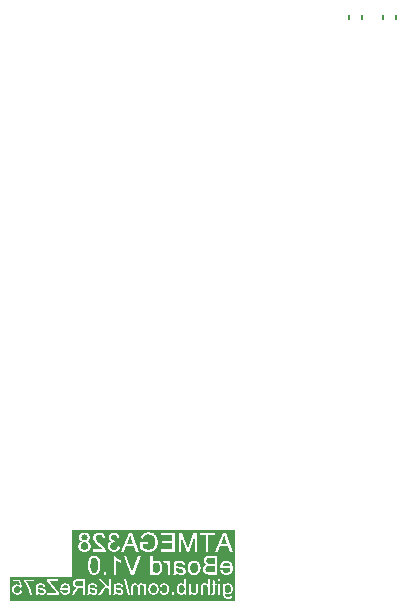
<source format=gbr>
G04*
G04 #@! TF.GenerationSoftware,Altium Limited,Altium Designer,24.2.2 (26)*
G04*
G04 Layer_Color=32896*
%FSLAX44Y44*%
%MOMM*%
G71*
G04*
G04 #@! TF.SameCoordinates,B43C7C8D-B24C-4B8E-A4ED-51BAA9CAD299*
G04*
G04*
G04 #@! TF.FilePolarity,Positive*
G04*
G01*
G75*
%ADD12C,0.2000*%
G36*
X1479550Y452092D02*
Y430530D01*
Y410210D01*
X1288643D01*
Y431004D01*
X1341120D01*
Y452092D01*
Y470660D01*
X1479550D01*
Y452092D01*
D02*
G37*
%LPC*%
G36*
X1377426Y468452D02*
X1376847D01*
X1376593Y468428D01*
X1376292Y468382D01*
X1375922Y468313D01*
X1375505Y468197D01*
X1375089Y468058D01*
X1374672Y467873D01*
X1374649D01*
X1374626Y467850D01*
X1374487Y467780D01*
X1374279Y467642D01*
X1374048Y467480D01*
X1373770Y467248D01*
X1373492Y466994D01*
X1373214Y466693D01*
X1372983Y466346D01*
X1372960Y466300D01*
X1372890Y466184D01*
X1372798Y465976D01*
X1372682Y465721D01*
X1372567Y465420D01*
X1372474Y465073D01*
X1372405Y464680D01*
X1372381Y464286D01*
Y464240D01*
Y464101D01*
X1372405Y463916D01*
X1372451Y463662D01*
X1372520Y463361D01*
X1372636Y463037D01*
X1372775Y462713D01*
X1372960Y462389D01*
X1372983Y462343D01*
X1373053Y462250D01*
X1373191Y462088D01*
X1373376Y461903D01*
X1373608Y461695D01*
X1373885Y461464D01*
X1374209Y461255D01*
X1374603Y461047D01*
X1374580D01*
X1374533Y461024D01*
X1374464Y461001D01*
X1374371Y460978D01*
X1374117Y460885D01*
X1373793Y460746D01*
X1373423Y460561D01*
X1373053Y460330D01*
X1372705Y460029D01*
X1372381Y459682D01*
X1372358Y459636D01*
X1372266Y459497D01*
X1372127Y459265D01*
X1371988Y458964D01*
X1371849Y458594D01*
X1371710Y458155D01*
X1371618Y457645D01*
X1371595Y457090D01*
Y456882D01*
X1371618Y456743D01*
X1371641Y456558D01*
X1371687Y456350D01*
X1371734Y456118D01*
X1371780Y455864D01*
X1371965Y455308D01*
X1372104Y455008D01*
X1372243Y454730D01*
X1372428Y454429D01*
X1372636Y454128D01*
X1372867Y453828D01*
X1373145Y453550D01*
X1373168Y453527D01*
X1373214Y453480D01*
X1373307Y453411D01*
X1373423Y453318D01*
X1373562Y453203D01*
X1373747Y453087D01*
X1373955Y452948D01*
X1374209Y452832D01*
X1374464Y452694D01*
X1374765Y452555D01*
X1375066Y452439D01*
X1375413Y452323D01*
X1375783Y452231D01*
X1376176Y452161D01*
X1376570Y452115D01*
X1377009Y452092D01*
X1377218D01*
X1377356Y452115D01*
X1377542Y452138D01*
X1377750Y452161D01*
X1377981Y452208D01*
X1378236Y452254D01*
X1378791Y452393D01*
X1379370Y452624D01*
X1379670Y452763D01*
X1379948Y452925D01*
X1380226Y453133D01*
X1380503Y453342D01*
X1380526Y453365D01*
X1380573Y453411D01*
X1380642Y453480D01*
X1380712Y453573D01*
X1380827Y453689D01*
X1380943Y453851D01*
X1381082Y454013D01*
X1381221Y454221D01*
X1381360Y454452D01*
X1381498Y454684D01*
X1381753Y455239D01*
X1381961Y455887D01*
X1382031Y456234D01*
X1382077Y456604D01*
X1380110Y456859D01*
Y456836D01*
X1380087Y456789D01*
X1380064Y456697D01*
X1380041Y456581D01*
X1380017Y456442D01*
X1379971Y456280D01*
X1379855Y455933D01*
X1379693Y455517D01*
X1379485Y455123D01*
X1379254Y454753D01*
X1378976Y454429D01*
X1378930Y454406D01*
X1378837Y454313D01*
X1378652Y454198D01*
X1378421Y454082D01*
X1378143Y453943D01*
X1377796Y453828D01*
X1377403Y453735D01*
X1376986Y453712D01*
X1376847D01*
X1376755Y453735D01*
X1376500Y453758D01*
X1376176Y453828D01*
X1375806Y453943D01*
X1375413Y454105D01*
X1375019Y454337D01*
X1374649Y454660D01*
X1374603Y454707D01*
X1374487Y454846D01*
X1374348Y455054D01*
X1374163Y455332D01*
X1373978Y455679D01*
X1373839Y456072D01*
X1373723Y456535D01*
X1373677Y457044D01*
Y457067D01*
Y457113D01*
Y457183D01*
X1373700Y457275D01*
X1373723Y457530D01*
X1373793Y457831D01*
X1373885Y458201D01*
X1374048Y458571D01*
X1374279Y458941D01*
X1374580Y459288D01*
X1374626Y459335D01*
X1374742Y459427D01*
X1374927Y459566D01*
X1375181Y459728D01*
X1375505Y459890D01*
X1375899Y460029D01*
X1376338Y460121D01*
X1376824Y460168D01*
X1377032D01*
X1377194Y460145D01*
X1377403Y460121D01*
X1377634Y460075D01*
X1377912Y460029D01*
X1378213Y459959D01*
X1377981Y461695D01*
X1377865D01*
X1377773Y461672D01*
X1377472D01*
X1377218Y461718D01*
X1376917Y461764D01*
X1376570Y461834D01*
X1376176Y461949D01*
X1375806Y462111D01*
X1375413Y462320D01*
X1375390D01*
X1375366Y462343D01*
X1375251Y462435D01*
X1375089Y462597D01*
X1374904Y462806D01*
X1374718Y463106D01*
X1374556Y463453D01*
X1374441Y463847D01*
X1374395Y464078D01*
Y464333D01*
Y464356D01*
Y464379D01*
Y464518D01*
X1374441Y464703D01*
X1374487Y464958D01*
X1374580Y465235D01*
X1374695Y465536D01*
X1374881Y465837D01*
X1375135Y466115D01*
X1375158Y466138D01*
X1375274Y466230D01*
X1375436Y466346D01*
X1375644Y466485D01*
X1375922Y466600D01*
X1376246Y466716D01*
X1376616Y466809D01*
X1377032Y466832D01*
X1377218D01*
X1377426Y466786D01*
X1377704Y466739D01*
X1378004Y466647D01*
X1378305Y466531D01*
X1378629Y466346D01*
X1378930Y466115D01*
X1378953Y466091D01*
X1379046Y465976D01*
X1379184Y465814D01*
X1379346Y465582D01*
X1379508Y465281D01*
X1379670Y464911D01*
X1379809Y464472D01*
X1379902Y463963D01*
X1381869Y464310D01*
Y464333D01*
X1381845Y464402D01*
X1381822Y464495D01*
X1381799Y464634D01*
X1381753Y464796D01*
X1381684Y464981D01*
X1381545Y465420D01*
X1381313Y465929D01*
X1381036Y466438D01*
X1380688Y466924D01*
X1380249Y467364D01*
X1380226Y467387D01*
X1380179Y467410D01*
X1380110Y467457D01*
X1380017Y467526D01*
X1379902Y467619D01*
X1379740Y467711D01*
X1379578Y467804D01*
X1379370Y467919D01*
X1378907Y468105D01*
X1378374Y468290D01*
X1377750Y468405D01*
X1377426Y468452D01*
D02*
G37*
G36*
X1364352D02*
X1364121D01*
X1363959Y468428D01*
X1363774Y468405D01*
X1363542Y468382D01*
X1363288Y468336D01*
X1363033Y468290D01*
X1362431Y468128D01*
X1361830Y467896D01*
X1361529Y467757D01*
X1361228Y467595D01*
X1360951Y467387D01*
X1360696Y467156D01*
X1360673Y467133D01*
X1360627Y467109D01*
X1360580Y467017D01*
X1360488Y466924D01*
X1360372Y466809D01*
X1360256Y466647D01*
X1360141Y466485D01*
X1360002Y466277D01*
X1359771Y465837D01*
X1359539Y465281D01*
X1359447Y465004D01*
X1359400Y464680D01*
X1359354Y464356D01*
X1359331Y464009D01*
Y463963D01*
Y463847D01*
X1359354Y463662D01*
X1359377Y463407D01*
X1359423Y463130D01*
X1359516Y462806D01*
X1359608Y462458D01*
X1359747Y462111D01*
X1359771Y462065D01*
X1359817Y461949D01*
X1359909Y461764D01*
X1360048Y461510D01*
X1360233Y461232D01*
X1360465Y460885D01*
X1360742Y460538D01*
X1361066Y460145D01*
X1361113Y460098D01*
X1361228Y459959D01*
X1361344Y459844D01*
X1361460Y459728D01*
X1361599Y459589D01*
X1361784Y459404D01*
X1361969Y459219D01*
X1362200Y459011D01*
X1362431Y458779D01*
X1362709Y458525D01*
X1363010Y458270D01*
X1363334Y457969D01*
X1363704Y457669D01*
X1364074Y457345D01*
X1364097Y457322D01*
X1364144Y457275D01*
X1364236Y457206D01*
X1364352Y457113D01*
X1364491Y456974D01*
X1364653Y456836D01*
X1365023Y456535D01*
X1365417Y456188D01*
X1365787Y455841D01*
X1366111Y455540D01*
X1366250Y455424D01*
X1366365Y455308D01*
X1366388Y455285D01*
X1366458Y455216D01*
X1366550Y455123D01*
X1366666Y454985D01*
X1366782Y454823D01*
X1366920Y454660D01*
X1367198Y454267D01*
X1359308D01*
Y452370D01*
X1369929D01*
Y452624D01*
X1369906Y452809D01*
X1369882Y453018D01*
X1369836Y453249D01*
X1369790Y453480D01*
X1369697Y453735D01*
Y453758D01*
X1369674Y453781D01*
X1369628Y453920D01*
X1369535Y454128D01*
X1369396Y454406D01*
X1369211Y454730D01*
X1368980Y455100D01*
X1368725Y455470D01*
X1368401Y455864D01*
Y455887D01*
X1368355Y455910D01*
X1368239Y456049D01*
X1368031Y456257D01*
X1367730Y456558D01*
X1367383Y456905D01*
X1366944Y457322D01*
X1366411Y457784D01*
X1365833Y458270D01*
X1365810Y458293D01*
X1365717Y458363D01*
X1365578Y458479D01*
X1365417Y458617D01*
X1365208Y458802D01*
X1364954Y459011D01*
X1364699Y459242D01*
X1364398Y459497D01*
X1363820Y460052D01*
X1363241Y460607D01*
X1362964Y460885D01*
X1362709Y461163D01*
X1362478Y461417D01*
X1362293Y461672D01*
Y461695D01*
X1362246Y461718D01*
X1362200Y461787D01*
X1362154Y461880D01*
X1361992Y462135D01*
X1361807Y462435D01*
X1361645Y462806D01*
X1361483Y463199D01*
X1361390Y463639D01*
X1361344Y464055D01*
Y464078D01*
Y464101D01*
X1361367Y464240D01*
X1361390Y464472D01*
X1361460Y464726D01*
X1361552Y465050D01*
X1361714Y465374D01*
X1361922Y465698D01*
X1362200Y466022D01*
X1362246Y466068D01*
X1362362Y466161D01*
X1362524Y466277D01*
X1362779Y466438D01*
X1363103Y466577D01*
X1363473Y466716D01*
X1363912Y466809D01*
X1364398Y466832D01*
X1364537D01*
X1364630Y466809D01*
X1364907Y466786D01*
X1365231Y466716D01*
X1365578Y466624D01*
X1365972Y466462D01*
X1366342Y466253D01*
X1366689Y465976D01*
X1366735Y465929D01*
X1366828Y465814D01*
X1366967Y465629D01*
X1367106Y465351D01*
X1367268Y465027D01*
X1367406Y464610D01*
X1367499Y464148D01*
X1367545Y463615D01*
X1369558Y463824D01*
Y463847D01*
X1369535Y463916D01*
Y464032D01*
X1369512Y464194D01*
X1369466Y464379D01*
X1369420Y464587D01*
X1369350Y464842D01*
X1369281Y465096D01*
X1369096Y465652D01*
X1368818Y466207D01*
X1368656Y466485D01*
X1368448Y466762D01*
X1368239Y467017D01*
X1368008Y467248D01*
X1367985Y467271D01*
X1367939Y467295D01*
X1367869Y467364D01*
X1367754Y467434D01*
X1367615Y467526D01*
X1367453Y467619D01*
X1367268Y467734D01*
X1367036Y467850D01*
X1366782Y467966D01*
X1366504Y468081D01*
X1366203Y468174D01*
X1365879Y468266D01*
X1365532Y468336D01*
X1365162Y468405D01*
X1364769Y468428D01*
X1364352Y468452D01*
D02*
G37*
G36*
X1447260Y468382D02*
X1444090D01*
X1440296Y457021D01*
Y456998D01*
X1440272Y456951D01*
X1440249Y456882D01*
X1440203Y456766D01*
X1440110Y456488D01*
X1439995Y456141D01*
X1439879Y455748D01*
X1439740Y455355D01*
X1439624Y454985D01*
X1439532Y454660D01*
X1439509Y454707D01*
X1439486Y454823D01*
X1439416Y455031D01*
X1439324Y455308D01*
X1439208Y455679D01*
X1439046Y456118D01*
X1438884Y456627D01*
X1438676Y457229D01*
X1434835Y468382D01*
X1431989D01*
Y452370D01*
X1434025D01*
Y465767D01*
X1438699Y452370D01*
X1440596D01*
X1445224Y465999D01*
Y452370D01*
X1447260D01*
Y468382D01*
D02*
G37*
G36*
X1406605Y468660D02*
X1405864D01*
X1405725Y468637D01*
X1405540D01*
X1405101Y468590D01*
X1404615Y468521D01*
X1404106Y468405D01*
X1403550Y468266D01*
X1403018Y468081D01*
X1402995D01*
X1402949Y468058D01*
X1402879Y468035D01*
X1402787Y467989D01*
X1402532Y467850D01*
X1402208Y467688D01*
X1401861Y467457D01*
X1401491Y467179D01*
X1401144Y466878D01*
X1400820Y466508D01*
X1400773Y466462D01*
X1400681Y466323D01*
X1400542Y466115D01*
X1400357Y465814D01*
X1400172Y465443D01*
X1399964Y464981D01*
X1399755Y464472D01*
X1399593Y463893D01*
X1401514Y463384D01*
Y463407D01*
X1401537Y463430D01*
X1401560Y463500D01*
X1401583Y463592D01*
X1401653Y463801D01*
X1401745Y464078D01*
X1401884Y464402D01*
X1402046Y464703D01*
X1402208Y465027D01*
X1402416Y465305D01*
X1402440Y465328D01*
X1402509Y465420D01*
X1402648Y465536D01*
X1402810Y465698D01*
X1403018Y465883D01*
X1403296Y466068D01*
X1403596Y466253D01*
X1403944Y466415D01*
X1403990Y466438D01*
X1404106Y466485D01*
X1404314Y466554D01*
X1404592Y466647D01*
X1404915Y466716D01*
X1405286Y466786D01*
X1405702Y466832D01*
X1406142Y466855D01*
X1406396D01*
X1406512Y466832D01*
X1406651D01*
X1406998Y466809D01*
X1407391Y466739D01*
X1407831Y466670D01*
X1408248Y466554D01*
X1408664Y466392D01*
X1408710Y466369D01*
X1408849Y466323D01*
X1409034Y466207D01*
X1409266Y466091D01*
X1409543Y465906D01*
X1409844Y465721D01*
X1410122Y465490D01*
X1410376Y465235D01*
X1410399Y465212D01*
X1410492Y465120D01*
X1410608Y464958D01*
X1410747Y464772D01*
X1410909Y464541D01*
X1411071Y464263D01*
X1411232Y463963D01*
X1411395Y463639D01*
Y463615D01*
X1411418Y463569D01*
X1411441Y463500D01*
X1411487Y463384D01*
X1411533Y463245D01*
X1411580Y463083D01*
X1411649Y462898D01*
X1411695Y462690D01*
X1411811Y462204D01*
X1411904Y461649D01*
X1411973Y461070D01*
X1411996Y460422D01*
Y460399D01*
Y460330D01*
Y460214D01*
X1411973Y460075D01*
Y459890D01*
X1411950Y459659D01*
X1411927Y459427D01*
X1411904Y459173D01*
X1411811Y458594D01*
X1411695Y457993D01*
X1411510Y457391D01*
X1411279Y456813D01*
Y456789D01*
X1411232Y456743D01*
X1411209Y456674D01*
X1411140Y456581D01*
X1410978Y456326D01*
X1410723Y456003D01*
X1410423Y455656D01*
X1410052Y455308D01*
X1409613Y454985D01*
X1409127Y454684D01*
X1409104D01*
X1409057Y454660D01*
X1408988Y454614D01*
X1408872Y454568D01*
X1408757Y454522D01*
X1408595Y454475D01*
X1408224Y454337D01*
X1407762Y454221D01*
X1407253Y454105D01*
X1406697Y454013D01*
X1406119Y453989D01*
X1405887D01*
X1405748Y454013D01*
X1405610D01*
X1405262Y454059D01*
X1404846Y454105D01*
X1404406Y454198D01*
X1403920Y454337D01*
X1403434Y454498D01*
X1403411D01*
X1403365Y454522D01*
X1403319Y454545D01*
X1403226Y454591D01*
X1402972Y454707D01*
X1402694Y454846D01*
X1402370Y455008D01*
X1402023Y455193D01*
X1401699Y455401D01*
X1401421Y455632D01*
Y458641D01*
X1406142D01*
Y460538D01*
X1399339D01*
Y454591D01*
X1399362Y454568D01*
X1399408Y454545D01*
X1399501Y454475D01*
X1399617Y454383D01*
X1399755Y454290D01*
X1399917Y454175D01*
X1400126Y454036D01*
X1400334Y453897D01*
X1400820Y453596D01*
X1401375Y453272D01*
X1401954Y452971D01*
X1402578Y452717D01*
X1402601D01*
X1402648Y452694D01*
X1402740Y452671D01*
X1402856Y452624D01*
X1403018Y452578D01*
X1403203Y452509D01*
X1403411Y452462D01*
X1403620Y452416D01*
X1404129Y452300D01*
X1404707Y452185D01*
X1405332Y452115D01*
X1405980Y452092D01*
X1406211D01*
X1406373Y452115D01*
X1406582D01*
X1406836Y452138D01*
X1407114Y452185D01*
X1407415Y452208D01*
X1408085Y452347D01*
X1408803Y452509D01*
X1409543Y452763D01*
X1409913Y452902D01*
X1410284Y453087D01*
X1410307Y453110D01*
X1410376Y453133D01*
X1410469Y453203D01*
X1410608Y453272D01*
X1410770Y453388D01*
X1410932Y453503D01*
X1411371Y453828D01*
X1411834Y454244D01*
X1412320Y454753D01*
X1412783Y455332D01*
X1413199Y456003D01*
Y456026D01*
X1413246Y456095D01*
X1413292Y456188D01*
X1413361Y456350D01*
X1413431Y456512D01*
X1413500Y456743D01*
X1413593Y456974D01*
X1413685Y457252D01*
X1413778Y457553D01*
X1413870Y457900D01*
X1413940Y458247D01*
X1414009Y458617D01*
X1414125Y459427D01*
X1414171Y460283D01*
Y460515D01*
X1414148Y460677D01*
Y460885D01*
X1414125Y461139D01*
X1414079Y461394D01*
X1414055Y461695D01*
X1413986Y462019D01*
X1413940Y462366D01*
X1413755Y463106D01*
X1413523Y463870D01*
X1413199Y464634D01*
X1413176Y464657D01*
X1413153Y464726D01*
X1413107Y464819D01*
X1413014Y464958D01*
X1412922Y465143D01*
X1412806Y465328D01*
X1412482Y465767D01*
X1412089Y466277D01*
X1411603Y466762D01*
X1411047Y467248D01*
X1410723Y467457D01*
X1410399Y467665D01*
X1410376Y467688D01*
X1410307Y467711D01*
X1410214Y467757D01*
X1410076Y467827D01*
X1409890Y467896D01*
X1409682Y467989D01*
X1409451Y468081D01*
X1409173Y468174D01*
X1408872Y468266D01*
X1408548Y468336D01*
X1408201Y468428D01*
X1407831Y468498D01*
X1407021Y468614D01*
X1406605Y468660D01*
D02*
G37*
G36*
X1471441Y468382D02*
X1469127D01*
X1462579Y452370D01*
X1464985D01*
X1466860Y457229D01*
X1473570D01*
X1475305Y452370D01*
X1477550D01*
X1471441Y468382D01*
D02*
G37*
G36*
X1462070D02*
X1449389D01*
Y466485D01*
X1454665D01*
Y452370D01*
X1456794D01*
Y466485D01*
X1462070D01*
Y468382D01*
D02*
G37*
G36*
X1428518D02*
X1416925D01*
Y466485D01*
X1426389D01*
Y461602D01*
X1417526D01*
Y459705D01*
X1426389D01*
Y454267D01*
X1416555D01*
Y452370D01*
X1428518D01*
Y468382D01*
D02*
G37*
G36*
X1391865D02*
X1389551D01*
X1383002Y452370D01*
X1385409D01*
X1387283Y457229D01*
X1393994D01*
X1395729Y452370D01*
X1397974D01*
X1391865Y468382D01*
D02*
G37*
G36*
X1351996Y468452D02*
X1351787D01*
X1351649Y468428D01*
X1351463Y468405D01*
X1351255Y468382D01*
X1351024Y468359D01*
X1350792Y468290D01*
X1350237Y468151D01*
X1349682Y467943D01*
X1349404Y467804D01*
X1349126Y467642D01*
X1348872Y467434D01*
X1348617Y467225D01*
X1348594Y467202D01*
X1348571Y467179D01*
X1348502Y467109D01*
X1348409Y467017D01*
X1348316Y466878D01*
X1348201Y466739D01*
X1347969Y466392D01*
X1347738Y465952D01*
X1347530Y465443D01*
X1347368Y464865D01*
X1347345Y464564D01*
X1347321Y464240D01*
Y464217D01*
Y464194D01*
Y464055D01*
X1347345Y463847D01*
X1347391Y463592D01*
X1347460Y463268D01*
X1347576Y462944D01*
X1347715Y462621D01*
X1347923Y462296D01*
X1347946Y462250D01*
X1348039Y462158D01*
X1348178Y462019D01*
X1348363Y461834D01*
X1348617Y461626D01*
X1348918Y461417D01*
X1349265Y461209D01*
X1349682Y461024D01*
X1349659D01*
X1349612Y461001D01*
X1349543Y460978D01*
X1349450Y460931D01*
X1349173Y460816D01*
X1348849Y460654D01*
X1348502Y460422D01*
X1348131Y460168D01*
X1347784Y459844D01*
X1347460Y459473D01*
Y459450D01*
X1347437Y459427D01*
X1347345Y459288D01*
X1347206Y459057D01*
X1347067Y458756D01*
X1346928Y458386D01*
X1346789Y457946D01*
X1346697Y457460D01*
X1346674Y456928D01*
Y456720D01*
X1346697Y456581D01*
X1346720Y456419D01*
X1346743Y456211D01*
X1346789Y455979D01*
X1346859Y455725D01*
X1347021Y455193D01*
X1347136Y454892D01*
X1347298Y454614D01*
X1347460Y454313D01*
X1347645Y454036D01*
X1347877Y453758D01*
X1348131Y453480D01*
X1348154Y453457D01*
X1348201Y453411D01*
X1348270Y453342D01*
X1348386Y453272D01*
X1348548Y453156D01*
X1348710Y453041D01*
X1348918Y452925D01*
X1349149Y452786D01*
X1349404Y452647D01*
X1349705Y452532D01*
X1350029Y452416D01*
X1350353Y452300D01*
X1350723Y452231D01*
X1351116Y452161D01*
X1351510Y452115D01*
X1351949Y452092D01*
X1352181D01*
X1352343Y452115D01*
X1352551Y452138D01*
X1352782Y452161D01*
X1353037Y452208D01*
X1353315Y452277D01*
X1353939Y452439D01*
X1354263Y452555D01*
X1354564Y452671D01*
X1354888Y452832D01*
X1355212Y453018D01*
X1355513Y453226D01*
X1355791Y453480D01*
X1355814Y453503D01*
X1355860Y453550D01*
X1355929Y453619D01*
X1356022Y453735D01*
X1356114Y453874D01*
X1356253Y454036D01*
X1356369Y454221D01*
X1356508Y454452D01*
X1356647Y454684D01*
X1356762Y454961D01*
X1356994Y455540D01*
X1357086Y455887D01*
X1357156Y456234D01*
X1357202Y456604D01*
X1357225Y456974D01*
Y457136D01*
X1357202Y457229D01*
Y457368D01*
X1357179Y457530D01*
X1357133Y457900D01*
X1357040Y458316D01*
X1356901Y458733D01*
X1356693Y459173D01*
X1356438Y459589D01*
Y459612D01*
X1356392Y459636D01*
X1356299Y459751D01*
X1356114Y459936D01*
X1355860Y460168D01*
X1355536Y460399D01*
X1355143Y460654D01*
X1354703Y460862D01*
X1354171Y461024D01*
X1354194D01*
X1354217Y461047D01*
X1354286Y461070D01*
X1354379Y461116D01*
X1354587Y461209D01*
X1354865Y461348D01*
X1355166Y461533D01*
X1355466Y461764D01*
X1355744Y462019D01*
X1355999Y462296D01*
X1356022Y462343D01*
X1356091Y462435D01*
X1356184Y462621D01*
X1356276Y462852D01*
X1356392Y463153D01*
X1356485Y463500D01*
X1356554Y463893D01*
X1356577Y464310D01*
Y464333D01*
Y464379D01*
Y464472D01*
X1356554Y464610D01*
X1356531Y464749D01*
X1356508Y464934D01*
X1356415Y465328D01*
X1356276Y465791D01*
X1356045Y466277D01*
X1355906Y466531D01*
X1355744Y466786D01*
X1355536Y467017D01*
X1355328Y467248D01*
X1355305Y467271D01*
X1355258Y467295D01*
X1355189Y467364D01*
X1355096Y467434D01*
X1354981Y467526D01*
X1354819Y467619D01*
X1354633Y467734D01*
X1354448Y467850D01*
X1354217Y467966D01*
X1353963Y468081D01*
X1353685Y468174D01*
X1353384Y468266D01*
X1352736Y468405D01*
X1352366Y468428D01*
X1351996Y468452D01*
D02*
G37*
G36*
X1377981Y448890D02*
X1376709D01*
Y432808D01*
X1378675D01*
Y445326D01*
X1378698Y445303D01*
X1378814Y445210D01*
X1378953Y445072D01*
X1379184Y444910D01*
X1379439Y444701D01*
X1379763Y444470D01*
X1380133Y444215D01*
X1380550Y443961D01*
X1380573D01*
X1380596Y443938D01*
X1380735Y443845D01*
X1380966Y443730D01*
X1381244Y443591D01*
X1381568Y443429D01*
X1381915Y443267D01*
X1382262Y443105D01*
X1382609Y442966D01*
Y444863D01*
X1382586D01*
X1382540Y444910D01*
X1382447Y444933D01*
X1382331Y445002D01*
X1382193Y445072D01*
X1382031Y445164D01*
X1381637Y445396D01*
X1381174Y445650D01*
X1380712Y445974D01*
X1380226Y446344D01*
X1379740Y446738D01*
X1379717Y446761D01*
X1379693Y446784D01*
X1379624Y446853D01*
X1379532Y446923D01*
X1379323Y447154D01*
X1379046Y447432D01*
X1378768Y447756D01*
X1378467Y448126D01*
X1378213Y448496D01*
X1377981Y448890D01*
D02*
G37*
G36*
X1432151Y444678D02*
X1431896D01*
X1431641Y444655D01*
X1431294Y444632D01*
X1430901Y444586D01*
X1430508Y444516D01*
X1430114Y444424D01*
X1429744Y444308D01*
X1429698Y444285D01*
X1429582Y444239D01*
X1429420Y444169D01*
X1429212Y444077D01*
X1428980Y443938D01*
X1428749Y443799D01*
X1428541Y443614D01*
X1428356Y443429D01*
X1428333Y443405D01*
X1428286Y443336D01*
X1428217Y443220D01*
X1428124Y443082D01*
X1428009Y442873D01*
X1427916Y442665D01*
X1427823Y442411D01*
X1427754Y442110D01*
Y442087D01*
X1427731Y442017D01*
X1427708Y441878D01*
X1427685Y441693D01*
Y441439D01*
X1427661Y441138D01*
X1427638Y440745D01*
Y440305D01*
Y437667D01*
Y437644D01*
Y437551D01*
Y437412D01*
Y437227D01*
Y437019D01*
Y436764D01*
X1427615Y436209D01*
Y435631D01*
X1427592Y435052D01*
X1427569Y434798D01*
Y434566D01*
X1427546Y434358D01*
X1427523Y434196D01*
Y434173D01*
X1427500Y434080D01*
X1427476Y433941D01*
X1427407Y433756D01*
X1427361Y433548D01*
X1427268Y433317D01*
X1427152Y433062D01*
X1427037Y432808D01*
X1429096D01*
X1429119Y432831D01*
X1429142Y432923D01*
X1429189Y433039D01*
X1429258Y433224D01*
X1429328Y433432D01*
X1429374Y433687D01*
X1429420Y433965D01*
X1429466Y434266D01*
X1429489D01*
X1429513Y434219D01*
X1429651Y434104D01*
X1429860Y433941D01*
X1430137Y433733D01*
X1430484Y433525D01*
X1430832Y433294D01*
X1431202Y433085D01*
X1431595Y432923D01*
X1431641Y432900D01*
X1431780Y432877D01*
X1431989Y432808D01*
X1432243Y432738D01*
X1432567Y432669D01*
X1432937Y432623D01*
X1433354Y432576D01*
X1433770Y432553D01*
X1433955D01*
X1434094Y432576D01*
X1434256D01*
X1434441Y432599D01*
X1434858Y432669D01*
X1435321Y432785D01*
X1435830Y432947D01*
X1436293Y433178D01*
X1436709Y433479D01*
X1436755Y433525D01*
X1436871Y433641D01*
X1437033Y433849D01*
X1437218Y434127D01*
X1437403Y434474D01*
X1437565Y434867D01*
X1437681Y435353D01*
X1437704Y435584D01*
X1437727Y435862D01*
Y436001D01*
X1437704Y436163D01*
X1437681Y436371D01*
X1437634Y436626D01*
X1437565Y436880D01*
X1437473Y437158D01*
X1437357Y437412D01*
X1437334Y437435D01*
X1437287Y437528D01*
X1437195Y437667D01*
X1437079Y437829D01*
X1436940Y438014D01*
X1436755Y438199D01*
X1436570Y438384D01*
X1436339Y438546D01*
X1436316Y438569D01*
X1436223Y438616D01*
X1436107Y438708D01*
X1435922Y438801D01*
X1435714Y438893D01*
X1435459Y439009D01*
X1435205Y439102D01*
X1434904Y439194D01*
X1434881D01*
X1434788Y439217D01*
X1434650Y439264D01*
X1434464Y439287D01*
X1434233Y439333D01*
X1433932Y439379D01*
X1433585Y439449D01*
X1433169Y439495D01*
X1433145D01*
X1433053Y439518D01*
X1432937D01*
X1432775Y439541D01*
X1432590Y439564D01*
X1432359Y439611D01*
X1432104Y439634D01*
X1431826Y439680D01*
X1431271Y439796D01*
X1430670Y439911D01*
X1430137Y440050D01*
X1429883Y440120D01*
X1429651Y440189D01*
Y440212D01*
Y440259D01*
X1429628Y440397D01*
Y440559D01*
Y440652D01*
Y440698D01*
Y440721D01*
Y440745D01*
Y440883D01*
X1429651Y441115D01*
X1429698Y441369D01*
X1429767Y441647D01*
X1429883Y441925D01*
X1430022Y442179D01*
X1430207Y442387D01*
X1430230Y442411D01*
X1430346Y442503D01*
X1430531Y442596D01*
X1430762Y442734D01*
X1431086Y442850D01*
X1431456Y442966D01*
X1431919Y443035D01*
X1432451Y443058D01*
X1432683D01*
X1432914Y443035D01*
X1433238Y442989D01*
X1433562Y442943D01*
X1433909Y442850D01*
X1434233Y442734D01*
X1434511Y442573D01*
X1434534Y442549D01*
X1434626Y442480D01*
X1434742Y442364D01*
X1434881Y442179D01*
X1435020Y441948D01*
X1435182Y441647D01*
X1435321Y441277D01*
X1435459Y440860D01*
X1437380Y441115D01*
Y441138D01*
X1437357Y441161D01*
Y441230D01*
X1437334Y441323D01*
X1437264Y441531D01*
X1437172Y441832D01*
X1437056Y442133D01*
X1436917Y442457D01*
X1436732Y442781D01*
X1436524Y443082D01*
X1436501Y443105D01*
X1436408Y443197D01*
X1436269Y443336D01*
X1436084Y443521D01*
X1435830Y443706D01*
X1435529Y443891D01*
X1435182Y444100D01*
X1434788Y444262D01*
X1434765D01*
X1434742Y444285D01*
X1434673Y444308D01*
X1434580Y444331D01*
X1434349Y444400D01*
X1434025Y444470D01*
X1433655Y444539D01*
X1433192Y444609D01*
X1432706Y444655D01*
X1432151Y444678D01*
D02*
G37*
G36*
X1399894Y448820D02*
X1397580D01*
X1393415Y437181D01*
Y437158D01*
X1393392Y437112D01*
X1393369Y437042D01*
X1393323Y436950D01*
X1393299Y436811D01*
X1393253Y436672D01*
X1393138Y436325D01*
X1392999Y435932D01*
X1392860Y435492D01*
X1392582Y434566D01*
Y434589D01*
X1392559Y434636D01*
X1392536Y434705D01*
X1392513Y434798D01*
X1392443Y435052D01*
X1392328Y435399D01*
X1392212Y435793D01*
X1392073Y436232D01*
X1391911Y436695D01*
X1391726Y437181D01*
X1387376Y448820D01*
X1385224D01*
X1391471Y432808D01*
X1393693D01*
X1399894Y448820D01*
D02*
G37*
G36*
X1472135Y444678D02*
X1471904D01*
X1471742Y444655D01*
X1471557Y444632D01*
X1471326Y444586D01*
X1471071Y444539D01*
X1470770Y444470D01*
X1470493Y444400D01*
X1470168Y444285D01*
X1469868Y444169D01*
X1469544Y444007D01*
X1469220Y443822D01*
X1468896Y443614D01*
X1468595Y443359D01*
X1468317Y443082D01*
X1468294Y443058D01*
X1468248Y443012D01*
X1468179Y442920D01*
X1468086Y442781D01*
X1467970Y442619D01*
X1467855Y442434D01*
X1467716Y442202D01*
X1467577Y441925D01*
X1467438Y441624D01*
X1467299Y441300D01*
X1467184Y440930D01*
X1467068Y440536D01*
X1466975Y440097D01*
X1466906Y439634D01*
X1466860Y439148D01*
X1466837Y438616D01*
Y438338D01*
X1466860Y438107D01*
X1475537D01*
Y438083D01*
Y438014D01*
X1475514Y437921D01*
Y437783D01*
X1475491Y437621D01*
X1475444Y437435D01*
X1475375Y437019D01*
X1475236Y436556D01*
X1475051Y436047D01*
X1474796Y435584D01*
X1474473Y435168D01*
X1474449D01*
X1474426Y435122D01*
X1474287Y435006D01*
X1474079Y434844D01*
X1473801Y434682D01*
X1473431Y434497D01*
X1473015Y434335D01*
X1472552Y434219D01*
X1472297Y434196D01*
X1472020Y434173D01*
X1471835D01*
X1471626Y434196D01*
X1471372Y434242D01*
X1471094Y434312D01*
X1470770Y434404D01*
X1470469Y434543D01*
X1470168Y434728D01*
X1470145Y434751D01*
X1470030Y434844D01*
X1469891Y434983D01*
X1469729Y435168D01*
X1469544Y435422D01*
X1469335Y435746D01*
X1469127Y436117D01*
X1468942Y436556D01*
X1466906Y436302D01*
Y436279D01*
X1466929Y436232D01*
X1466952Y436140D01*
X1466998Y436001D01*
X1467068Y435862D01*
X1467137Y435677D01*
X1467322Y435284D01*
X1467554Y434844D01*
X1467878Y434381D01*
X1468248Y433941D01*
X1468711Y433525D01*
X1468734D01*
X1468780Y433479D01*
X1468850Y433432D01*
X1468942Y433363D01*
X1469081Y433294D01*
X1469220Y433224D01*
X1469405Y433132D01*
X1469613Y433039D01*
X1469845Y432947D01*
X1470076Y432854D01*
X1470654Y432715D01*
X1471302Y432599D01*
X1472020Y432553D01*
X1472274D01*
X1472436Y432576D01*
X1472645Y432599D01*
X1472899Y432646D01*
X1473177Y432692D01*
X1473477Y432738D01*
X1474125Y432923D01*
X1474473Y433062D01*
X1474796Y433201D01*
X1475143Y433386D01*
X1475468Y433594D01*
X1475768Y433826D01*
X1476069Y434104D01*
X1476092Y434127D01*
X1476138Y434173D01*
X1476208Y434266D01*
X1476301Y434404D01*
X1476416Y434566D01*
X1476532Y434751D01*
X1476671Y434983D01*
X1476810Y435237D01*
X1476948Y435538D01*
X1477087Y435862D01*
X1477203Y436232D01*
X1477319Y436626D01*
X1477411Y437042D01*
X1477481Y437505D01*
X1477527Y437991D01*
X1477550Y438500D01*
Y438778D01*
X1477527Y438986D01*
X1477504Y439240D01*
X1477481Y439518D01*
X1477434Y439842D01*
X1477365Y440166D01*
X1477180Y440906D01*
X1477064Y441277D01*
X1476925Y441670D01*
X1476740Y442040D01*
X1476532Y442387D01*
X1476301Y442734D01*
X1476046Y443058D01*
X1476023Y443082D01*
X1475977Y443128D01*
X1475884Y443197D01*
X1475768Y443313D01*
X1475629Y443429D01*
X1475444Y443568D01*
X1475236Y443730D01*
X1474982Y443868D01*
X1474727Y444030D01*
X1474426Y444169D01*
X1474102Y444308D01*
X1473755Y444424D01*
X1473385Y444539D01*
X1472991Y444609D01*
X1472575Y444655D01*
X1472135Y444678D01*
D02*
G37*
G36*
X1464268Y448820D02*
X1457974D01*
X1457812Y448797D01*
X1457627D01*
X1457211Y448751D01*
X1456748Y448704D01*
X1456262Y448612D01*
X1455776Y448496D01*
X1455336Y448334D01*
X1455313D01*
X1455290Y448311D01*
X1455151Y448242D01*
X1454943Y448126D01*
X1454711Y447964D01*
X1454434Y447756D01*
X1454133Y447501D01*
X1453855Y447177D01*
X1453601Y446830D01*
X1453578Y446784D01*
X1453508Y446645D01*
X1453392Y446460D01*
X1453277Y446182D01*
X1453161Y445858D01*
X1453045Y445511D01*
X1452976Y445118D01*
X1452953Y444725D01*
Y444678D01*
Y444562D01*
X1452976Y444354D01*
X1453022Y444100D01*
X1453092Y443799D01*
X1453207Y443475D01*
X1453346Y443151D01*
X1453531Y442804D01*
X1453554Y442758D01*
X1453624Y442665D01*
X1453763Y442480D01*
X1453948Y442295D01*
X1454179Y442063D01*
X1454457Y441809D01*
X1454804Y441577D01*
X1455197Y441346D01*
X1455174D01*
X1455128Y441323D01*
X1455058Y441300D01*
X1454966Y441254D01*
X1454688Y441161D01*
X1454364Y440999D01*
X1454017Y440791D01*
X1453624Y440536D01*
X1453277Y440235D01*
X1452953Y439865D01*
X1452930Y439819D01*
X1452837Y439680D01*
X1452698Y439472D01*
X1452560Y439194D01*
X1452421Y438824D01*
X1452282Y438430D01*
X1452189Y437968D01*
X1452166Y437459D01*
Y437274D01*
X1452189Y437042D01*
X1452236Y436764D01*
X1452282Y436441D01*
X1452374Y436093D01*
X1452490Y435723D01*
X1452652Y435353D01*
X1452675Y435307D01*
X1452745Y435191D01*
X1452837Y435029D01*
X1452976Y434798D01*
X1453161Y434566D01*
X1453346Y434312D01*
X1453578Y434057D01*
X1453832Y433849D01*
X1453855Y433826D01*
X1453948Y433756D01*
X1454110Y433664D01*
X1454318Y433571D01*
X1454573Y433432D01*
X1454873Y433294D01*
X1455197Y433178D01*
X1455591Y433062D01*
X1455637D01*
X1455776Y433016D01*
X1456007Y432993D01*
X1456308Y432947D01*
X1456678Y432900D01*
X1457118Y432854D01*
X1457604Y432831D01*
X1458159Y432808D01*
X1464268D01*
Y448820D01*
D02*
G37*
G36*
X1420349Y444678D02*
X1420187D01*
X1419979Y444655D01*
X1419725Y444609D01*
X1419424Y444516D01*
X1419100Y444400D01*
X1418730Y444239D01*
X1418336Y444030D01*
X1419054Y442225D01*
X1419077Y442248D01*
X1419169Y442295D01*
X1419308Y442364D01*
X1419493Y442434D01*
X1419702Y442503D01*
X1419956Y442573D01*
X1420211Y442619D01*
X1420465Y442642D01*
X1420581D01*
X1420697Y442619D01*
X1420858Y442596D01*
X1421020Y442549D01*
X1421229Y442480D01*
X1421437Y442387D01*
X1421622Y442248D01*
X1421645Y442225D01*
X1421715Y442179D01*
X1421784Y442087D01*
X1421900Y441971D01*
X1422015Y441809D01*
X1422131Y441624D01*
X1422247Y441415D01*
X1422339Y441161D01*
X1422363Y441115D01*
X1422386Y440976D01*
X1422432Y440768D01*
X1422501Y440490D01*
X1422571Y440143D01*
X1422617Y439749D01*
X1422640Y439333D01*
X1422663Y438870D01*
Y432808D01*
X1424630D01*
Y444424D01*
X1422849D01*
Y442665D01*
X1422825Y442688D01*
X1422733Y442850D01*
X1422617Y443058D01*
X1422432Y443313D01*
X1422247Y443568D01*
X1422039Y443845D01*
X1421830Y444077D01*
X1421622Y444262D01*
X1421599Y444285D01*
X1421530Y444331D01*
X1421391Y444400D01*
X1421252Y444470D01*
X1421067Y444539D01*
X1420835Y444609D01*
X1420604Y444655D01*
X1420349Y444678D01*
D02*
G37*
G36*
X1370553Y435052D02*
X1368309D01*
Y432808D01*
X1370553D01*
Y435052D01*
D02*
G37*
G36*
X1444808Y444678D02*
X1444576D01*
X1444414Y444655D01*
X1444206Y444632D01*
X1443975Y444586D01*
X1443720Y444539D01*
X1443419Y444493D01*
X1442795Y444285D01*
X1442471Y444169D01*
X1442147Y444007D01*
X1441823Y443845D01*
X1441499Y443614D01*
X1441198Y443382D01*
X1440897Y443105D01*
X1440874Y443082D01*
X1440828Y443035D01*
X1440758Y442943D01*
X1440666Y442827D01*
X1440550Y442665D01*
X1440411Y442457D01*
X1440272Y442225D01*
X1440134Y441971D01*
X1439995Y441693D01*
X1439856Y441346D01*
X1439717Y440999D01*
X1439601Y440606D01*
X1439509Y440189D01*
X1439439Y439749D01*
X1439393Y439287D01*
X1439370Y438778D01*
Y438407D01*
X1439393Y438222D01*
X1439416Y437991D01*
Y437760D01*
X1439463Y437505D01*
X1439532Y436926D01*
X1439671Y436348D01*
X1439833Y435770D01*
X1440064Y435237D01*
Y435214D01*
X1440087Y435191D01*
X1440134Y435122D01*
X1440180Y435029D01*
X1440342Y434798D01*
X1440550Y434520D01*
X1440828Y434196D01*
X1441175Y433872D01*
X1441568Y433548D01*
X1442031Y433247D01*
X1442054D01*
X1442077Y433224D01*
X1442147Y433178D01*
X1442262Y433132D01*
X1442378Y433085D01*
X1442517Y433039D01*
X1442864Y432900D01*
X1443257Y432785D01*
X1443743Y432669D01*
X1444252Y432576D01*
X1444808Y432553D01*
X1445039D01*
X1445224Y432576D01*
X1445432Y432599D01*
X1445664Y432646D01*
X1445942Y432692D01*
X1446219Y432738D01*
X1446844Y432923D01*
X1447191Y433062D01*
X1447515Y433201D01*
X1447839Y433386D01*
X1448163Y433594D01*
X1448464Y433826D01*
X1448765Y434104D01*
X1448788Y434127D01*
X1448834Y434173D01*
X1448903Y434266D01*
X1448996Y434404D01*
X1449112Y434566D01*
X1449227Y434751D01*
X1449366Y434983D01*
X1449505Y435260D01*
X1449644Y435561D01*
X1449783Y435908D01*
X1449898Y436279D01*
X1450014Y436672D01*
X1450107Y437112D01*
X1450176Y437574D01*
X1450222Y438083D01*
X1450246Y438616D01*
Y438755D01*
X1450222Y438917D01*
Y439148D01*
X1450199Y439402D01*
X1450153Y439726D01*
X1450107Y440050D01*
X1450014Y440420D01*
X1449922Y440791D01*
X1449806Y441184D01*
X1449667Y441601D01*
X1449482Y441994D01*
X1449297Y442364D01*
X1449042Y442734D01*
X1448788Y443082D01*
X1448464Y443382D01*
X1448441Y443405D01*
X1448394Y443429D01*
X1448302Y443498D01*
X1448186Y443591D01*
X1448047Y443683D01*
X1447862Y443799D01*
X1447677Y443915D01*
X1447446Y444030D01*
X1447191Y444146D01*
X1446913Y444262D01*
X1446289Y444470D01*
X1445571Y444632D01*
X1445201Y444655D01*
X1444808Y444678D01*
D02*
G37*
G36*
X1409798Y448820D02*
X1407831D01*
Y432808D01*
X1409659D01*
Y434266D01*
X1409682Y434242D01*
X1409705Y434196D01*
X1409775Y434104D01*
X1409867Y433988D01*
X1409983Y433872D01*
X1410122Y433733D01*
X1410284Y433571D01*
X1410492Y433409D01*
X1410700Y433247D01*
X1410932Y433085D01*
X1411209Y432947D01*
X1411510Y432831D01*
X1411811Y432715D01*
X1412158Y432623D01*
X1412528Y432576D01*
X1412922Y432553D01*
X1413060D01*
X1413153Y432576D01*
X1413431Y432599D01*
X1413755Y432646D01*
X1414148Y432738D01*
X1414588Y432877D01*
X1415027Y433062D01*
X1415467Y433317D01*
X1415490D01*
X1415513Y433363D01*
X1415652Y433456D01*
X1415860Y433641D01*
X1416115Y433872D01*
X1416416Y434173D01*
X1416716Y434543D01*
X1417017Y434960D01*
X1417272Y435446D01*
Y435469D01*
X1417295Y435515D01*
X1417318Y435584D01*
X1417364Y435677D01*
X1417411Y435816D01*
X1417480Y435978D01*
X1417526Y436140D01*
X1417573Y436348D01*
X1417688Y436811D01*
X1417804Y437343D01*
X1417874Y437945D01*
X1417897Y438592D01*
Y438893D01*
X1417874Y439032D01*
Y439217D01*
X1417827Y439634D01*
X1417758Y440120D01*
X1417642Y440652D01*
X1417503Y441207D01*
X1417318Y441740D01*
Y441763D01*
X1417295Y441809D01*
X1417249Y441878D01*
X1417202Y441971D01*
X1417064Y442225D01*
X1416879Y442549D01*
X1416647Y442896D01*
X1416346Y443243D01*
X1415999Y443614D01*
X1415583Y443915D01*
X1415560D01*
X1415536Y443938D01*
X1415467Y443984D01*
X1415374Y444030D01*
X1415143Y444146D01*
X1414819Y444308D01*
X1414449Y444447D01*
X1414009Y444562D01*
X1413523Y444655D01*
X1413014Y444678D01*
X1412829D01*
X1412644Y444655D01*
X1412390Y444632D01*
X1412089Y444562D01*
X1411765Y444493D01*
X1411441Y444377D01*
X1411140Y444215D01*
X1411094Y444192D01*
X1411001Y444146D01*
X1410862Y444030D01*
X1410677Y443915D01*
X1410446Y443753D01*
X1410237Y443544D01*
X1410006Y443336D01*
X1409798Y443082D01*
Y448820D01*
D02*
G37*
G36*
X1360210Y448890D02*
X1360002D01*
X1359747Y448866D01*
X1359447Y448820D01*
X1359099Y448751D01*
X1358729Y448658D01*
X1358336Y448543D01*
X1357966Y448357D01*
X1357942D01*
X1357919Y448334D01*
X1357804Y448265D01*
X1357619Y448149D01*
X1357387Y447987D01*
X1357133Y447756D01*
X1356855Y447501D01*
X1356600Y447200D01*
X1356346Y446853D01*
X1356323Y446807D01*
X1356230Y446691D01*
X1356138Y446483D01*
X1355976Y446182D01*
X1355837Y445835D01*
X1355652Y445442D01*
X1355490Y444979D01*
X1355351Y444470D01*
Y444447D01*
X1355328Y444400D01*
X1355305Y444331D01*
X1355281Y444215D01*
X1355258Y444077D01*
X1355235Y443915D01*
X1355189Y443706D01*
X1355166Y443475D01*
X1355119Y443220D01*
X1355096Y442943D01*
X1355073Y442619D01*
X1355027Y442295D01*
X1355004Y441925D01*
Y441554D01*
X1354981Y441138D01*
Y440235D01*
X1355004Y439981D01*
Y439703D01*
X1355027Y439402D01*
X1355050Y439078D01*
X1355119Y438338D01*
X1355235Y437574D01*
X1355374Y436834D01*
X1355466Y436487D01*
X1355582Y436140D01*
Y436117D01*
X1355605Y436070D01*
X1355652Y435978D01*
X1355698Y435862D01*
X1355744Y435700D01*
X1355837Y435538D01*
X1356022Y435145D01*
X1356253Y434728D01*
X1356554Y434266D01*
X1356901Y433849D01*
X1357318Y433456D01*
X1357341D01*
X1357364Y433409D01*
X1357433Y433363D01*
X1357526Y433317D01*
X1357642Y433247D01*
X1357757Y433155D01*
X1358104Y432993D01*
X1358521Y432831D01*
X1359007Y432669D01*
X1359585Y432576D01*
X1360210Y432530D01*
X1360441D01*
X1360603Y432553D01*
X1360789Y432576D01*
X1361020Y432623D01*
X1361275Y432669D01*
X1361552Y432738D01*
X1361830Y432831D01*
X1362131Y432923D01*
X1362431Y433062D01*
X1362732Y433224D01*
X1363033Y433409D01*
X1363334Y433641D01*
X1363612Y433895D01*
X1363866Y434173D01*
X1363889Y434196D01*
X1363936Y434266D01*
X1364005Y434381D01*
X1364121Y434566D01*
X1364236Y434775D01*
X1364352Y435052D01*
X1364514Y435376D01*
X1364653Y435746D01*
X1364792Y436163D01*
X1364931Y436649D01*
X1365069Y437181D01*
X1365185Y437783D01*
X1365301Y438430D01*
X1365370Y439125D01*
X1365417Y439888D01*
X1365440Y440698D01*
Y441161D01*
X1365417Y441415D01*
Y441693D01*
X1365393Y441994D01*
X1365370Y442341D01*
X1365301Y443058D01*
X1365185Y443822D01*
X1365046Y444586D01*
X1364954Y444933D01*
X1364861Y445280D01*
Y445303D01*
X1364838Y445349D01*
X1364792Y445442D01*
X1364745Y445558D01*
X1364699Y445719D01*
X1364607Y445881D01*
X1364422Y446275D01*
X1364190Y446691D01*
X1363889Y447131D01*
X1363542Y447571D01*
X1363126Y447941D01*
X1363103D01*
X1363079Y447987D01*
X1363010Y448033D01*
X1362917Y448080D01*
X1362802Y448172D01*
X1362663Y448242D01*
X1362316Y448427D01*
X1361899Y448589D01*
X1361413Y448751D01*
X1360835Y448843D01*
X1360210Y448890D01*
D02*
G37*
G36*
X1466977Y428782D02*
X1465403D01*
Y426986D01*
X1466977D01*
Y428782D01*
D02*
G37*
G36*
X1438128D02*
X1436554D01*
Y424209D01*
X1436536Y424227D01*
X1436517Y424264D01*
X1436462Y424320D01*
X1436369Y424412D01*
X1436277Y424505D01*
X1436165Y424616D01*
X1436017Y424727D01*
X1435869Y424838D01*
X1435499Y425079D01*
X1435073Y425264D01*
X1434832Y425357D01*
X1434573Y425412D01*
X1434295Y425449D01*
X1434017Y425468D01*
X1433869D01*
X1433703Y425449D01*
X1433499Y425431D01*
X1433258Y425375D01*
X1432980Y425320D01*
X1432684Y425227D01*
X1432406Y425116D01*
X1432370Y425098D01*
X1432277Y425061D01*
X1432129Y424968D01*
X1431962Y424857D01*
X1431759Y424727D01*
X1431555Y424561D01*
X1431333Y424357D01*
X1431147Y424135D01*
X1431129Y424116D01*
X1431073Y424024D01*
X1430981Y423894D01*
X1430870Y423727D01*
X1430740Y423505D01*
X1430610Y423246D01*
X1430481Y422950D01*
X1430370Y422635D01*
Y422616D01*
X1430351Y422598D01*
X1430333Y422542D01*
X1430314Y422487D01*
X1430277Y422301D01*
X1430222Y422061D01*
X1430166Y421783D01*
X1430110Y421468D01*
X1430092Y421116D01*
X1430073Y420746D01*
Y420524D01*
X1430092Y420357D01*
X1430110Y420154D01*
X1430129Y419931D01*
X1430166Y419672D01*
X1430222Y419394D01*
X1430370Y418802D01*
X1430462Y418487D01*
X1430573Y418191D01*
X1430703Y417876D01*
X1430870Y417598D01*
X1431055Y417321D01*
X1431259Y417061D01*
X1431277Y417043D01*
X1431314Y417006D01*
X1431370Y416950D01*
X1431462Y416858D01*
X1431592Y416765D01*
X1431721Y416654D01*
X1431870Y416543D01*
X1432055Y416413D01*
X1432258Y416302D01*
X1432462Y416172D01*
X1432962Y415969D01*
X1433221Y415876D01*
X1433499Y415821D01*
X1433795Y415784D01*
X1434091Y415765D01*
X1434166D01*
X1434258Y415784D01*
X1434369D01*
X1434499Y415802D01*
X1434666Y415839D01*
X1435036Y415932D01*
X1435240Y416006D01*
X1435443Y416099D01*
X1435665Y416210D01*
X1435869Y416339D01*
X1436091Y416506D01*
X1436295Y416691D01*
X1436480Y416895D01*
X1436665Y417135D01*
Y415969D01*
X1438128D01*
Y428782D01*
D02*
G37*
G36*
X1458015D02*
X1456441D01*
Y424190D01*
X1456423Y424209D01*
X1456385Y424246D01*
X1456330Y424301D01*
X1456237Y424394D01*
X1456145Y424487D01*
X1456015Y424598D01*
X1455849Y424709D01*
X1455682Y424838D01*
X1455497Y424949D01*
X1455293Y425061D01*
X1454812Y425264D01*
X1454552Y425357D01*
X1454275Y425412D01*
X1453978Y425449D01*
X1453682Y425468D01*
X1453515D01*
X1453312Y425449D01*
X1453071Y425412D01*
X1452793Y425375D01*
X1452497Y425301D01*
X1452201Y425190D01*
X1451904Y425061D01*
X1451868Y425042D01*
X1451775Y424986D01*
X1451645Y424894D01*
X1451479Y424764D01*
X1451312Y424598D01*
X1451127Y424412D01*
X1450960Y424190D01*
X1450812Y423931D01*
X1450793Y423894D01*
X1450757Y423801D01*
X1450701Y423635D01*
X1450645Y423394D01*
X1450590Y423098D01*
X1450534Y422746D01*
X1450497Y422320D01*
X1450479Y421839D01*
Y415969D01*
X1452053D01*
Y421857D01*
Y421876D01*
Y421913D01*
Y421968D01*
Y422042D01*
X1452071Y422246D01*
X1452108Y422505D01*
X1452182Y422783D01*
X1452275Y423061D01*
X1452404Y423339D01*
X1452571Y423561D01*
X1452590Y423579D01*
X1452664Y423653D01*
X1452775Y423746D01*
X1452941Y423838D01*
X1453145Y423950D01*
X1453386Y424024D01*
X1453682Y424098D01*
X1454015Y424116D01*
X1454126D01*
X1454256Y424098D01*
X1454441Y424079D01*
X1454626Y424024D01*
X1454849Y423968D01*
X1455071Y423876D01*
X1455312Y423746D01*
X1455330Y423727D01*
X1455404Y423672D01*
X1455515Y423598D01*
X1455645Y423487D01*
X1455793Y423339D01*
X1455941Y423172D01*
X1456071Y422968D01*
X1456182Y422746D01*
X1456200Y422709D01*
X1456219Y422635D01*
X1456256Y422487D01*
X1456311Y422301D01*
X1456367Y422061D01*
X1456404Y421765D01*
X1456423Y421431D01*
X1456441Y421042D01*
Y415969D01*
X1458015D01*
Y428782D01*
D02*
G37*
G36*
X1473532Y425468D02*
X1473365D01*
X1473254Y425449D01*
X1473125Y425431D01*
X1472958Y425394D01*
X1472773Y425357D01*
X1472569Y425301D01*
X1472365Y425227D01*
X1472143Y425135D01*
X1471921Y425023D01*
X1471680Y424894D01*
X1471458Y424746D01*
X1471236Y424561D01*
X1471014Y424357D01*
X1470810Y424116D01*
Y425264D01*
X1469366D01*
Y416876D01*
X1469384Y416710D01*
Y416506D01*
X1469403Y416284D01*
X1469421Y416043D01*
X1469477Y415543D01*
X1469551Y415024D01*
X1469606Y414784D01*
X1469662Y414562D01*
X1469736Y414358D01*
X1469810Y414173D01*
Y414154D01*
X1469829Y414136D01*
X1469903Y414025D01*
X1469995Y413858D01*
X1470143Y413654D01*
X1470347Y413432D01*
X1470588Y413191D01*
X1470884Y412951D01*
X1471217Y412747D01*
X1471236D01*
X1471254Y412729D01*
X1471310Y412691D01*
X1471384Y412673D01*
X1471477Y412617D01*
X1471588Y412580D01*
X1471865Y412488D01*
X1472199Y412377D01*
X1472606Y412303D01*
X1473069Y412229D01*
X1473569Y412210D01*
X1473736D01*
X1473847Y412229D01*
X1473995D01*
X1474143Y412247D01*
X1474328Y412266D01*
X1474532Y412303D01*
X1474958Y412395D01*
X1475402Y412525D01*
X1475847Y412710D01*
X1476254Y412969D01*
X1476272Y412988D01*
X1476291Y413006D01*
X1476420Y413117D01*
X1476569Y413284D01*
X1476754Y413525D01*
X1476939Y413839D01*
X1477106Y414228D01*
X1477161Y414450D01*
X1477198Y414691D01*
X1477235Y414932D01*
Y415210D01*
X1475698Y415006D01*
Y414969D01*
X1475680Y414895D01*
X1475643Y414765D01*
X1475606Y414599D01*
X1475532Y414432D01*
X1475439Y414265D01*
X1475328Y414099D01*
X1475180Y413969D01*
X1475143Y413951D01*
X1475069Y413895D01*
X1474939Y413821D01*
X1474754Y413747D01*
X1474532Y413654D01*
X1474254Y413580D01*
X1473921Y413525D01*
X1473569Y413506D01*
X1473384D01*
X1473199Y413525D01*
X1472939Y413562D01*
X1472680Y413617D01*
X1472402Y413691D01*
X1472125Y413802D01*
X1471884Y413951D01*
X1471865Y413969D01*
X1471791Y414025D01*
X1471680Y414136D01*
X1471551Y414265D01*
X1471421Y414450D01*
X1471291Y414654D01*
X1471162Y414895D01*
X1471069Y415173D01*
Y415191D01*
X1471051Y415265D01*
X1471032Y415413D01*
X1471014Y415598D01*
X1470995Y415728D01*
Y415876D01*
X1470977Y416043D01*
Y416228D01*
Y416432D01*
X1470958Y416673D01*
Y416913D01*
Y417191D01*
X1470977Y417172D01*
X1471014Y417135D01*
X1471069Y417080D01*
X1471143Y417006D01*
X1471236Y416913D01*
X1471366Y416802D01*
X1471514Y416691D01*
X1471662Y416580D01*
X1472051Y416358D01*
X1472477Y416154D01*
X1472717Y416080D01*
X1472976Y416024D01*
X1473254Y415987D01*
X1473532Y415969D01*
X1473625D01*
X1473717Y415987D01*
X1473847D01*
X1474013Y416006D01*
X1474198Y416043D01*
X1474402Y416080D01*
X1474624Y416135D01*
X1474865Y416210D01*
X1475106Y416302D01*
X1475347Y416413D01*
X1475606Y416543D01*
X1475847Y416710D01*
X1476087Y416895D01*
X1476309Y417098D01*
X1476513Y417339D01*
X1476532Y417358D01*
X1476550Y417395D01*
X1476606Y417487D01*
X1476680Y417580D01*
X1476754Y417728D01*
X1476846Y417876D01*
X1476939Y418061D01*
X1477032Y418283D01*
X1477124Y418506D01*
X1477217Y418765D01*
X1477309Y419024D01*
X1477383Y419320D01*
X1477513Y419950D01*
X1477531Y420302D01*
X1477550Y420654D01*
Y420876D01*
X1477531Y421005D01*
Y421135D01*
X1477495Y421468D01*
X1477439Y421839D01*
X1477346Y422246D01*
X1477235Y422672D01*
X1477069Y423098D01*
Y423116D01*
X1477050Y423153D01*
X1477013Y423209D01*
X1476976Y423283D01*
X1476865Y423487D01*
X1476717Y423746D01*
X1476513Y424024D01*
X1476272Y424301D01*
X1475995Y424598D01*
X1475680Y424838D01*
X1475661D01*
X1475643Y424857D01*
X1475587Y424894D01*
X1475513Y424931D01*
X1475328Y425042D01*
X1475069Y425153D01*
X1474754Y425264D01*
X1474384Y425375D01*
X1473976Y425449D01*
X1473532Y425468D01*
D02*
G37*
G36*
X1400021D02*
X1399854D01*
X1399651Y425449D01*
X1399429Y425412D01*
X1399151Y425357D01*
X1398873Y425283D01*
X1398595Y425172D01*
X1398336Y425023D01*
X1398299Y425005D01*
X1398225Y424949D01*
X1398114Y424857D01*
X1397966Y424709D01*
X1397818Y424542D01*
X1397651Y424338D01*
X1397503Y424098D01*
X1397392Y423820D01*
X1397373Y423838D01*
X1397336Y423894D01*
X1397280Y423968D01*
X1397188Y424079D01*
X1397077Y424209D01*
X1396947Y424338D01*
X1396799Y424487D01*
X1396614Y424653D01*
X1396410Y424801D01*
X1396207Y424949D01*
X1395966Y425079D01*
X1395707Y425209D01*
X1395429Y425320D01*
X1395133Y425394D01*
X1394836Y425449D01*
X1394503Y425468D01*
X1394373D01*
X1394281Y425449D01*
X1394151D01*
X1394022Y425431D01*
X1393707Y425375D01*
X1393374Y425283D01*
X1393022Y425135D01*
X1392670Y424949D01*
X1392374Y424690D01*
X1392337Y424653D01*
X1392263Y424542D01*
X1392133Y424375D01*
X1392077Y424246D01*
X1392003Y424116D01*
X1391929Y423950D01*
X1391874Y423783D01*
X1391800Y423598D01*
X1391744Y423376D01*
X1391707Y423153D01*
X1391670Y422894D01*
X1391633Y422635D01*
Y415969D01*
X1393207D01*
Y421802D01*
Y421820D01*
Y421839D01*
Y421950D01*
Y422116D01*
X1393225Y422320D01*
X1393244Y422542D01*
X1393262Y422765D01*
X1393300Y422987D01*
X1393355Y423153D01*
Y423172D01*
X1393392Y423227D01*
X1393429Y423301D01*
X1393485Y423394D01*
X1393559Y423505D01*
X1393651Y423616D01*
X1393762Y423727D01*
X1393911Y423838D01*
X1393929Y423857D01*
X1393985Y423876D01*
X1394059Y423913D01*
X1394188Y423968D01*
X1394318Y424024D01*
X1394485Y424061D01*
X1394651Y424079D01*
X1394855Y424098D01*
X1394948D01*
X1395022Y424079D01*
X1395207Y424061D01*
X1395429Y424024D01*
X1395688Y423931D01*
X1395966Y423820D01*
X1396244Y423653D01*
X1396503Y423431D01*
X1396521Y423394D01*
X1396595Y423301D01*
X1396707Y423153D01*
X1396818Y422931D01*
X1396947Y422635D01*
X1397040Y422283D01*
X1397114Y421857D01*
X1397151Y421357D01*
Y415969D01*
X1398725D01*
Y421987D01*
Y422005D01*
Y422042D01*
Y422079D01*
Y422153D01*
X1398743Y422357D01*
X1398780Y422579D01*
X1398817Y422839D01*
X1398891Y423098D01*
X1398984Y423339D01*
X1399114Y423561D01*
X1399132Y423579D01*
X1399188Y423653D01*
X1399280Y423727D01*
X1399410Y423838D01*
X1399577Y423931D01*
X1399799Y424024D01*
X1400058Y424079D01*
X1400373Y424098D01*
X1400484D01*
X1400614Y424079D01*
X1400762Y424061D01*
X1400947Y424005D01*
X1401169Y423950D01*
X1401373Y423857D01*
X1401595Y423746D01*
X1401613Y423727D01*
X1401687Y423672D01*
X1401780Y423598D01*
X1401910Y423487D01*
X1402039Y423339D01*
X1402169Y423153D01*
X1402298Y422950D01*
X1402410Y422709D01*
X1402428Y422672D01*
X1402447Y422579D01*
X1402484Y422431D01*
X1402539Y422228D01*
X1402595Y421950D01*
X1402632Y421616D01*
X1402650Y421228D01*
X1402669Y420783D01*
Y415969D01*
X1404243D01*
Y425264D01*
X1402836D01*
Y423931D01*
X1402817Y423968D01*
X1402762Y424042D01*
X1402650Y424172D01*
X1402521Y424320D01*
X1402354Y424505D01*
X1402150Y424690D01*
X1401928Y424875D01*
X1401669Y425042D01*
X1401632Y425061D01*
X1401539Y425116D01*
X1401391Y425172D01*
X1401187Y425264D01*
X1400947Y425338D01*
X1400669Y425394D01*
X1400354Y425449D01*
X1400021Y425468D01*
D02*
G37*
G36*
X1297624Y428616D02*
X1291254D01*
Y427116D01*
X1296384D01*
X1297069Y423653D01*
X1297050Y423672D01*
X1297013Y423690D01*
X1296958Y423727D01*
X1296865Y423783D01*
X1296754Y423838D01*
X1296624Y423913D01*
X1296328Y424061D01*
X1295958Y424209D01*
X1295550Y424338D01*
X1295106Y424431D01*
X1294884Y424468D01*
X1294476D01*
X1294365Y424450D01*
X1294217Y424431D01*
X1294050Y424412D01*
X1293865Y424375D01*
X1293662Y424320D01*
X1293217Y424190D01*
X1292977Y424098D01*
X1292736Y423968D01*
X1292495Y423838D01*
X1292254Y423690D01*
X1292032Y423505D01*
X1291810Y423301D01*
X1291792Y423283D01*
X1291754Y423246D01*
X1291699Y423190D01*
X1291625Y423098D01*
X1291532Y422968D01*
X1291440Y422839D01*
X1291329Y422672D01*
X1291217Y422487D01*
X1291125Y422283D01*
X1291014Y422061D01*
X1290921Y421802D01*
X1290829Y421542D01*
X1290755Y421265D01*
X1290699Y420950D01*
X1290662Y420635D01*
X1290643Y420302D01*
Y420135D01*
X1290662Y420005D01*
X1290681Y419857D01*
X1290699Y419691D01*
X1290736Y419487D01*
X1290773Y419283D01*
X1290884Y418802D01*
X1291069Y418302D01*
X1291180Y418043D01*
X1291329Y417802D01*
X1291477Y417543D01*
X1291662Y417302D01*
X1291680Y417284D01*
X1291717Y417228D01*
X1291792Y417154D01*
X1291884Y417061D01*
X1292014Y416950D01*
X1292162Y416802D01*
X1292347Y416673D01*
X1292551Y416524D01*
X1292773Y416376D01*
X1293032Y416247D01*
X1293310Y416117D01*
X1293606Y415987D01*
X1293921Y415895D01*
X1294273Y415821D01*
X1294643Y415765D01*
X1295032Y415747D01*
X1295199D01*
X1295328Y415765D01*
X1295476Y415784D01*
X1295643Y415802D01*
X1295847Y415821D01*
X1296050Y415876D01*
X1296513Y415987D01*
X1296976Y416154D01*
X1297217Y416265D01*
X1297458Y416395D01*
X1297680Y416543D01*
X1297902Y416710D01*
X1297921Y416728D01*
X1297957Y416747D01*
X1297995Y416821D01*
X1298069Y416895D01*
X1298161Y416987D01*
X1298254Y417098D01*
X1298365Y417247D01*
X1298457Y417413D01*
X1298569Y417580D01*
X1298680Y417784D01*
X1298883Y418228D01*
X1299050Y418746D01*
X1299106Y419024D01*
X1299143Y419320D01*
X1297495Y419450D01*
Y419431D01*
Y419394D01*
X1297476Y419339D01*
X1297458Y419246D01*
X1297402Y419043D01*
X1297328Y418765D01*
X1297217Y418487D01*
X1297069Y418172D01*
X1296884Y417895D01*
X1296661Y417635D01*
X1296624Y417617D01*
X1296550Y417543D01*
X1296402Y417450D01*
X1296198Y417339D01*
X1295976Y417228D01*
X1295699Y417135D01*
X1295384Y417061D01*
X1295032Y417043D01*
X1294921D01*
X1294847Y417061D01*
X1294624Y417080D01*
X1294365Y417154D01*
X1294050Y417247D01*
X1293736Y417395D01*
X1293402Y417617D01*
X1293254Y417747D01*
X1293106Y417895D01*
X1293088Y417913D01*
X1293069Y417932D01*
X1293032Y417987D01*
X1292977Y418043D01*
X1292847Y418246D01*
X1292699Y418506D01*
X1292569Y418820D01*
X1292440Y419209D01*
X1292347Y419672D01*
X1292310Y419913D01*
Y420172D01*
Y420191D01*
Y420228D01*
Y420302D01*
X1292328Y420394D01*
Y420505D01*
X1292347Y420635D01*
X1292402Y420931D01*
X1292495Y421283D01*
X1292625Y421635D01*
X1292810Y421968D01*
X1293069Y422283D01*
Y422301D01*
X1293106Y422320D01*
X1293199Y422413D01*
X1293365Y422542D01*
X1293588Y422690D01*
X1293884Y422820D01*
X1294217Y422950D01*
X1294606Y423042D01*
X1294828Y423079D01*
X1295180D01*
X1295328Y423061D01*
X1295513Y423042D01*
X1295735Y422987D01*
X1295958Y422931D01*
X1296198Y422839D01*
X1296439Y422727D01*
X1296458Y422709D01*
X1296532Y422672D01*
X1296643Y422579D01*
X1296791Y422487D01*
X1296939Y422357D01*
X1297087Y422190D01*
X1297254Y422024D01*
X1297384Y421820D01*
X1298865Y422024D01*
X1297624Y428616D01*
D02*
G37*
G36*
X1380393Y425468D02*
X1380190D01*
X1379986Y425449D01*
X1379708Y425431D01*
X1379393Y425394D01*
X1379079Y425338D01*
X1378764Y425264D01*
X1378468Y425172D01*
X1378431Y425153D01*
X1378338Y425116D01*
X1378208Y425061D01*
X1378042Y424986D01*
X1377857Y424875D01*
X1377672Y424764D01*
X1377505Y424616D01*
X1377357Y424468D01*
X1377338Y424450D01*
X1377301Y424394D01*
X1377246Y424301D01*
X1377171Y424190D01*
X1377079Y424024D01*
X1377005Y423857D01*
X1376931Y423653D01*
X1376875Y423413D01*
Y423394D01*
X1376857Y423339D01*
X1376838Y423227D01*
X1376820Y423079D01*
Y422876D01*
X1376801Y422635D01*
X1376783Y422320D01*
Y421968D01*
Y419857D01*
Y419839D01*
Y419765D01*
Y419654D01*
Y419506D01*
Y419339D01*
Y419135D01*
X1376764Y418691D01*
Y418228D01*
X1376746Y417765D01*
X1376727Y417561D01*
Y417376D01*
X1376709Y417210D01*
X1376690Y417080D01*
Y417061D01*
X1376672Y416987D01*
X1376653Y416876D01*
X1376597Y416728D01*
X1376561Y416561D01*
X1376486Y416376D01*
X1376394Y416172D01*
X1376301Y415969D01*
X1377949D01*
X1377968Y415987D01*
X1377986Y416061D01*
X1378023Y416154D01*
X1378079Y416302D01*
X1378134Y416469D01*
X1378171Y416673D01*
X1378208Y416895D01*
X1378246Y417135D01*
X1378264D01*
X1378282Y417098D01*
X1378394Y417006D01*
X1378560Y416876D01*
X1378783Y416710D01*
X1379060Y416543D01*
X1379338Y416358D01*
X1379634Y416191D01*
X1379949Y416061D01*
X1379986Y416043D01*
X1380097Y416024D01*
X1380264Y415969D01*
X1380468Y415913D01*
X1380727Y415858D01*
X1381023Y415821D01*
X1381356Y415784D01*
X1381690Y415765D01*
X1381838D01*
X1381949Y415784D01*
X1382078D01*
X1382227Y415802D01*
X1382560Y415858D01*
X1382930Y415950D01*
X1383338Y416080D01*
X1383708Y416265D01*
X1384041Y416506D01*
X1384078Y416543D01*
X1384171Y416636D01*
X1384300Y416802D01*
X1384449Y417024D01*
X1384597Y417302D01*
X1384726Y417617D01*
X1384819Y418006D01*
X1384837Y418191D01*
X1384856Y418413D01*
Y418524D01*
X1384837Y418654D01*
X1384819Y418820D01*
X1384782Y419024D01*
X1384726Y419228D01*
X1384652Y419450D01*
X1384560Y419654D01*
X1384541Y419672D01*
X1384504Y419746D01*
X1384430Y419857D01*
X1384337Y419987D01*
X1384226Y420135D01*
X1384078Y420283D01*
X1383930Y420431D01*
X1383745Y420561D01*
X1383726Y420579D01*
X1383652Y420616D01*
X1383560Y420691D01*
X1383412Y420765D01*
X1383245Y420839D01*
X1383041Y420931D01*
X1382838Y421005D01*
X1382597Y421079D01*
X1382578D01*
X1382504Y421098D01*
X1382393Y421135D01*
X1382245Y421153D01*
X1382060Y421190D01*
X1381819Y421228D01*
X1381541Y421283D01*
X1381208Y421320D01*
X1381190D01*
X1381116Y421339D01*
X1381023D01*
X1380893Y421357D01*
X1380745Y421376D01*
X1380560Y421413D01*
X1380356Y421431D01*
X1380134Y421468D01*
X1379690Y421561D01*
X1379208Y421654D01*
X1378783Y421765D01*
X1378579Y421820D01*
X1378394Y421876D01*
Y421894D01*
Y421931D01*
X1378375Y422042D01*
Y422172D01*
Y422246D01*
Y422283D01*
Y422301D01*
Y422320D01*
Y422431D01*
X1378394Y422616D01*
X1378431Y422820D01*
X1378486Y423042D01*
X1378579Y423264D01*
X1378690Y423468D01*
X1378838Y423635D01*
X1378857Y423653D01*
X1378949Y423727D01*
X1379097Y423801D01*
X1379282Y423913D01*
X1379542Y424005D01*
X1379838Y424098D01*
X1380208Y424153D01*
X1380634Y424172D01*
X1380819D01*
X1381004Y424153D01*
X1381264Y424116D01*
X1381523Y424079D01*
X1381801Y424005D01*
X1382060Y423913D01*
X1382282Y423783D01*
X1382301Y423764D01*
X1382375Y423709D01*
X1382467Y423616D01*
X1382578Y423468D01*
X1382690Y423283D01*
X1382819Y423042D01*
X1382930Y422746D01*
X1383041Y422413D01*
X1384578Y422616D01*
Y422635D01*
X1384560Y422653D01*
Y422709D01*
X1384541Y422783D01*
X1384486Y422950D01*
X1384411Y423190D01*
X1384319Y423431D01*
X1384208Y423690D01*
X1384060Y423950D01*
X1383893Y424190D01*
X1383875Y424209D01*
X1383801Y424283D01*
X1383689Y424394D01*
X1383541Y424542D01*
X1383338Y424690D01*
X1383097Y424838D01*
X1382819Y425005D01*
X1382504Y425135D01*
X1382486D01*
X1382467Y425153D01*
X1382412Y425172D01*
X1382338Y425190D01*
X1382153Y425246D01*
X1381893Y425301D01*
X1381597Y425357D01*
X1381227Y425412D01*
X1380838Y425449D01*
X1380393Y425468D01*
D02*
G37*
G36*
X1374227Y428782D02*
X1372524D01*
Y422413D01*
X1366191Y428782D01*
X1363877D01*
X1369246Y423579D01*
X1363636Y415969D01*
X1365876D01*
X1370432Y422431D01*
X1372524Y420413D01*
Y415969D01*
X1374227D01*
Y428782D01*
D02*
G37*
G36*
X1358488Y425468D02*
X1358285D01*
X1358081Y425449D01*
X1357803Y425431D01*
X1357488Y425394D01*
X1357174Y425338D01*
X1356859Y425264D01*
X1356562Y425172D01*
X1356526Y425153D01*
X1356433Y425116D01*
X1356303Y425061D01*
X1356137Y424986D01*
X1355952Y424875D01*
X1355766Y424764D01*
X1355600Y424616D01*
X1355452Y424468D01*
X1355433Y424450D01*
X1355396Y424394D01*
X1355340Y424301D01*
X1355266Y424190D01*
X1355174Y424024D01*
X1355100Y423857D01*
X1355026Y423653D01*
X1354970Y423413D01*
Y423394D01*
X1354952Y423339D01*
X1354933Y423227D01*
X1354915Y423079D01*
Y422876D01*
X1354896Y422635D01*
X1354877Y422320D01*
Y421968D01*
Y419857D01*
Y419839D01*
Y419765D01*
Y419654D01*
Y419506D01*
Y419339D01*
Y419135D01*
X1354859Y418691D01*
Y418228D01*
X1354841Y417765D01*
X1354822Y417561D01*
Y417376D01*
X1354803Y417210D01*
X1354785Y417080D01*
Y417061D01*
X1354766Y416987D01*
X1354748Y416876D01*
X1354692Y416728D01*
X1354655Y416561D01*
X1354581Y416376D01*
X1354489Y416172D01*
X1354396Y415969D01*
X1356044D01*
X1356063Y415987D01*
X1356081Y416061D01*
X1356118Y416154D01*
X1356174Y416302D01*
X1356229Y416469D01*
X1356266Y416673D01*
X1356303Y416895D01*
X1356340Y417135D01*
X1356359D01*
X1356377Y417098D01*
X1356488Y417006D01*
X1356655Y416876D01*
X1356877Y416710D01*
X1357155Y416543D01*
X1357433Y416358D01*
X1357729Y416191D01*
X1358044Y416061D01*
X1358081Y416043D01*
X1358192Y416024D01*
X1358359Y415969D01*
X1358562Y415913D01*
X1358822Y415858D01*
X1359118Y415821D01*
X1359451Y415784D01*
X1359784Y415765D01*
X1359933D01*
X1360044Y415784D01*
X1360173D01*
X1360321Y415802D01*
X1360655Y415858D01*
X1361025Y415950D01*
X1361432Y416080D01*
X1361803Y416265D01*
X1362136Y416506D01*
X1362173Y416543D01*
X1362266Y416636D01*
X1362395Y416802D01*
X1362543Y417024D01*
X1362691Y417302D01*
X1362821Y417617D01*
X1362914Y418006D01*
X1362932Y418191D01*
X1362951Y418413D01*
Y418524D01*
X1362932Y418654D01*
X1362914Y418820D01*
X1362877Y419024D01*
X1362821Y419228D01*
X1362747Y419450D01*
X1362655Y419654D01*
X1362636Y419672D01*
X1362599Y419746D01*
X1362525Y419857D01*
X1362432Y419987D01*
X1362321Y420135D01*
X1362173Y420283D01*
X1362025Y420431D01*
X1361840Y420561D01*
X1361821Y420579D01*
X1361747Y420616D01*
X1361655Y420691D01*
X1361507Y420765D01*
X1361340Y420839D01*
X1361136Y420931D01*
X1360932Y421005D01*
X1360692Y421079D01*
X1360673D01*
X1360599Y421098D01*
X1360488Y421135D01*
X1360340Y421153D01*
X1360155Y421190D01*
X1359914Y421228D01*
X1359636Y421283D01*
X1359303Y421320D01*
X1359285D01*
X1359210Y421339D01*
X1359118D01*
X1358988Y421357D01*
X1358840Y421376D01*
X1358655Y421413D01*
X1358451Y421431D01*
X1358229Y421468D01*
X1357785Y421561D01*
X1357303Y421654D01*
X1356877Y421765D01*
X1356674Y421820D01*
X1356488Y421876D01*
Y421894D01*
Y421931D01*
X1356470Y422042D01*
Y422172D01*
Y422246D01*
Y422283D01*
Y422301D01*
Y422320D01*
Y422431D01*
X1356488Y422616D01*
X1356526Y422820D01*
X1356581Y423042D01*
X1356674Y423264D01*
X1356785Y423468D01*
X1356933Y423635D01*
X1356951Y423653D01*
X1357044Y423727D01*
X1357192Y423801D01*
X1357377Y423913D01*
X1357637Y424005D01*
X1357933Y424098D01*
X1358303Y424153D01*
X1358729Y424172D01*
X1358914D01*
X1359099Y424153D01*
X1359359Y424116D01*
X1359618Y424079D01*
X1359895Y424005D01*
X1360155Y423913D01*
X1360377Y423783D01*
X1360396Y423764D01*
X1360470Y423709D01*
X1360562Y423616D01*
X1360673Y423468D01*
X1360784Y423283D01*
X1360914Y423042D01*
X1361025Y422746D01*
X1361136Y422413D01*
X1362673Y422616D01*
Y422635D01*
X1362655Y422653D01*
Y422709D01*
X1362636Y422783D01*
X1362580Y422950D01*
X1362506Y423190D01*
X1362414Y423431D01*
X1362303Y423690D01*
X1362155Y423950D01*
X1361988Y424190D01*
X1361969Y424209D01*
X1361895Y424283D01*
X1361784Y424394D01*
X1361636Y424542D01*
X1361432Y424690D01*
X1361192Y424838D01*
X1360914Y425005D01*
X1360599Y425135D01*
X1360581D01*
X1360562Y425153D01*
X1360507Y425172D01*
X1360432Y425190D01*
X1360247Y425246D01*
X1359988Y425301D01*
X1359692Y425357D01*
X1359321Y425412D01*
X1358933Y425449D01*
X1358488Y425468D01*
D02*
G37*
G36*
X1314697D02*
X1314493D01*
X1314289Y425449D01*
X1314011Y425431D01*
X1313697Y425394D01*
X1313382Y425338D01*
X1313067Y425264D01*
X1312771Y425172D01*
X1312734Y425153D01*
X1312641Y425116D01*
X1312511Y425061D01*
X1312345Y424986D01*
X1312160Y424875D01*
X1311975Y424764D01*
X1311808Y424616D01*
X1311660Y424468D01*
X1311641Y424450D01*
X1311604Y424394D01*
X1311549Y424301D01*
X1311475Y424190D01*
X1311382Y424024D01*
X1311308Y423857D01*
X1311234Y423653D01*
X1311178Y423413D01*
Y423394D01*
X1311160Y423339D01*
X1311141Y423227D01*
X1311123Y423079D01*
Y422876D01*
X1311104Y422635D01*
X1311086Y422320D01*
Y421968D01*
Y419857D01*
Y419839D01*
Y419765D01*
Y419654D01*
Y419506D01*
Y419339D01*
Y419135D01*
X1311067Y418691D01*
Y418228D01*
X1311049Y417765D01*
X1311030Y417561D01*
Y417376D01*
X1311012Y417210D01*
X1310993Y417080D01*
Y417061D01*
X1310975Y416987D01*
X1310956Y416876D01*
X1310901Y416728D01*
X1310864Y416561D01*
X1310789Y416376D01*
X1310697Y416172D01*
X1310604Y415969D01*
X1312252D01*
X1312271Y415987D01*
X1312289Y416061D01*
X1312326Y416154D01*
X1312382Y416302D01*
X1312437Y416469D01*
X1312475Y416673D01*
X1312511Y416895D01*
X1312549Y417135D01*
X1312567D01*
X1312586Y417098D01*
X1312697Y417006D01*
X1312863Y416876D01*
X1313086Y416710D01*
X1313363Y416543D01*
X1313641Y416358D01*
X1313937Y416191D01*
X1314252Y416061D01*
X1314289Y416043D01*
X1314400Y416024D01*
X1314567Y415969D01*
X1314771Y415913D01*
X1315030Y415858D01*
X1315326Y415821D01*
X1315659Y415784D01*
X1315993Y415765D01*
X1316141D01*
X1316252Y415784D01*
X1316382D01*
X1316530Y415802D01*
X1316863Y415858D01*
X1317233Y415950D01*
X1317641Y416080D01*
X1318011Y416265D01*
X1318344Y416506D01*
X1318381Y416543D01*
X1318474Y416636D01*
X1318604Y416802D01*
X1318752Y417024D01*
X1318900Y417302D01*
X1319029Y417617D01*
X1319122Y418006D01*
X1319140Y418191D01*
X1319159Y418413D01*
Y418524D01*
X1319140Y418654D01*
X1319122Y418820D01*
X1319085Y419024D01*
X1319029Y419228D01*
X1318955Y419450D01*
X1318863Y419654D01*
X1318844Y419672D01*
X1318807Y419746D01*
X1318733Y419857D01*
X1318640Y419987D01*
X1318529Y420135D01*
X1318381Y420283D01*
X1318233Y420431D01*
X1318048Y420561D01*
X1318029Y420579D01*
X1317955Y420616D01*
X1317863Y420691D01*
X1317715Y420765D01*
X1317548Y420839D01*
X1317344Y420931D01*
X1317141Y421005D01*
X1316900Y421079D01*
X1316882D01*
X1316807Y421098D01*
X1316696Y421135D01*
X1316548Y421153D01*
X1316363Y421190D01*
X1316122Y421228D01*
X1315845Y421283D01*
X1315511Y421320D01*
X1315493D01*
X1315419Y421339D01*
X1315326D01*
X1315197Y421357D01*
X1315048Y421376D01*
X1314863Y421413D01*
X1314659Y421431D01*
X1314437Y421468D01*
X1313993Y421561D01*
X1313511Y421654D01*
X1313086Y421765D01*
X1312882Y421820D01*
X1312697Y421876D01*
Y421894D01*
Y421931D01*
X1312678Y422042D01*
Y422172D01*
Y422246D01*
Y422283D01*
Y422301D01*
Y422320D01*
Y422431D01*
X1312697Y422616D01*
X1312734Y422820D01*
X1312789Y423042D01*
X1312882Y423264D01*
X1312993Y423468D01*
X1313141Y423635D01*
X1313160Y423653D01*
X1313252Y423727D01*
X1313400Y423801D01*
X1313586Y423913D01*
X1313845Y424005D01*
X1314141Y424098D01*
X1314511Y424153D01*
X1314937Y424172D01*
X1315122D01*
X1315308Y424153D01*
X1315567Y424116D01*
X1315826Y424079D01*
X1316104Y424005D01*
X1316363Y423913D01*
X1316585Y423783D01*
X1316604Y423764D01*
X1316678Y423709D01*
X1316770Y423616D01*
X1316882Y423468D01*
X1316993Y423283D01*
X1317122Y423042D01*
X1317233Y422746D01*
X1317344Y422413D01*
X1318881Y422616D01*
Y422635D01*
X1318863Y422653D01*
Y422709D01*
X1318844Y422783D01*
X1318789Y422950D01*
X1318715Y423190D01*
X1318622Y423431D01*
X1318511Y423690D01*
X1318363Y423950D01*
X1318196Y424190D01*
X1318178Y424209D01*
X1318104Y424283D01*
X1317993Y424394D01*
X1317844Y424542D01*
X1317641Y424690D01*
X1317400Y424838D01*
X1317122Y425005D01*
X1316807Y425135D01*
X1316789D01*
X1316770Y425153D01*
X1316715Y425172D01*
X1316641Y425190D01*
X1316456Y425246D01*
X1316196Y425301D01*
X1315900Y425357D01*
X1315530Y425412D01*
X1315141Y425449D01*
X1314697Y425468D01*
D02*
G37*
G36*
X1461163Y428505D02*
Y425264D01*
X1459570D01*
Y424042D01*
X1461163D01*
Y418580D01*
Y418543D01*
Y418469D01*
Y418358D01*
X1461144Y418228D01*
X1461126Y417932D01*
X1461107Y417802D01*
X1461089Y417709D01*
X1461070Y417672D01*
X1461015Y417598D01*
X1460941Y417506D01*
X1460811Y417413D01*
X1460774Y417395D01*
X1460681Y417358D01*
X1460515Y417321D01*
X1460274Y417302D01*
X1460089D01*
X1459996Y417321D01*
X1459867D01*
X1459718Y417339D01*
X1459570Y417358D01*
X1459367Y415969D01*
X1459404D01*
X1459478Y415950D01*
X1459607Y415932D01*
X1459774Y415913D01*
X1459959Y415876D01*
X1460163Y415858D01*
X1460570Y415839D01*
X1460718D01*
X1460867Y415858D01*
X1461052Y415876D01*
X1461274Y415895D01*
X1461496Y415950D01*
X1461700Y416006D01*
X1461904Y416099D01*
X1461922Y416117D01*
X1461978Y416154D01*
X1462052Y416210D01*
X1462163Y416302D01*
X1462255Y416395D01*
X1462366Y416524D01*
X1462478Y416654D01*
X1462552Y416821D01*
Y416839D01*
X1462589Y416913D01*
X1462607Y417043D01*
X1462644Y417228D01*
X1462681Y417469D01*
X1462700Y417617D01*
Y417784D01*
X1462718Y417987D01*
X1462737Y418191D01*
Y418413D01*
Y418672D01*
Y424042D01*
X1463903D01*
Y425264D01*
X1462737D01*
Y427560D01*
X1461163Y428505D01*
D02*
G37*
G36*
X1448090Y425264D02*
X1446516D01*
Y420098D01*
Y420080D01*
Y420042D01*
Y419987D01*
Y419894D01*
Y419691D01*
X1446498Y419431D01*
Y419154D01*
X1446479Y418876D01*
X1446461Y418635D01*
X1446424Y418432D01*
Y418413D01*
X1446387Y418339D01*
X1446349Y418228D01*
X1446294Y418080D01*
X1446201Y417932D01*
X1446090Y417765D01*
X1445961Y417617D01*
X1445794Y417469D01*
X1445775Y417450D01*
X1445701Y417413D01*
X1445609Y417358D01*
X1445461Y417302D01*
X1445294Y417228D01*
X1445090Y417172D01*
X1444868Y417135D01*
X1444609Y417117D01*
X1444479D01*
X1444350Y417135D01*
X1444183Y417154D01*
X1443979Y417210D01*
X1443757Y417265D01*
X1443517Y417358D01*
X1443276Y417469D01*
X1443239Y417487D01*
X1443165Y417543D01*
X1443054Y417617D01*
X1442924Y417728D01*
X1442776Y417876D01*
X1442628Y418043D01*
X1442498Y418228D01*
X1442387Y418450D01*
X1442368Y418487D01*
X1442350Y418561D01*
X1442313Y418709D01*
X1442257Y418913D01*
X1442202Y419172D01*
X1442165Y419487D01*
X1442146Y419857D01*
X1442128Y420283D01*
Y425264D01*
X1440554D01*
Y415969D01*
X1441961D01*
Y417321D01*
X1441980Y417302D01*
X1442017Y417247D01*
X1442072Y417172D01*
X1442165Y417080D01*
X1442276Y416969D01*
X1442406Y416821D01*
X1442554Y416691D01*
X1442739Y416543D01*
X1442943Y416395D01*
X1443165Y416265D01*
X1443405Y416135D01*
X1443665Y416006D01*
X1443961Y415913D01*
X1444257Y415839D01*
X1444590Y415784D01*
X1444924Y415765D01*
X1445053D01*
X1445220Y415784D01*
X1445424Y415802D01*
X1445664Y415839D01*
X1445924Y415895D01*
X1446183Y415969D01*
X1446461Y416080D01*
X1446498Y416099D01*
X1446572Y416135D01*
X1446701Y416210D01*
X1446850Y416302D01*
X1447035Y416413D01*
X1447201Y416543D01*
X1447368Y416691D01*
X1447516Y416858D01*
X1447535Y416876D01*
X1447572Y416950D01*
X1447627Y417043D01*
X1447701Y417191D01*
X1447794Y417358D01*
X1447868Y417561D01*
X1447942Y417784D01*
X1447997Y418024D01*
Y418043D01*
X1448016Y418117D01*
X1448035Y418228D01*
Y418376D01*
X1448053Y418598D01*
X1448072Y418839D01*
X1448090Y419154D01*
Y425264D01*
D02*
G37*
G36*
X1419389Y425468D02*
X1419241D01*
X1419130Y425449D01*
X1419019D01*
X1418871Y425431D01*
X1418519Y425375D01*
X1418130Y425283D01*
X1417723Y425135D01*
X1417316Y424949D01*
X1416927Y424690D01*
X1416908D01*
X1416890Y424653D01*
X1416779Y424542D01*
X1416612Y424375D01*
X1416408Y424135D01*
X1416205Y423838D01*
X1416001Y423468D01*
X1415816Y423042D01*
X1415686Y422542D01*
X1417223Y422301D01*
Y422320D01*
X1417241Y422339D01*
X1417260Y422450D01*
X1417316Y422616D01*
X1417408Y422820D01*
X1417501Y423042D01*
X1417649Y423283D01*
X1417816Y423505D01*
X1418001Y423690D01*
X1418019Y423709D01*
X1418093Y423764D01*
X1418223Y423838D01*
X1418371Y423931D01*
X1418575Y424024D01*
X1418797Y424098D01*
X1419056Y424153D01*
X1419334Y424172D01*
X1419445D01*
X1419538Y424153D01*
X1419741Y424135D01*
X1420019Y424061D01*
X1420315Y423968D01*
X1420648Y423820D01*
X1420963Y423598D01*
X1421111Y423468D01*
X1421259Y423320D01*
Y423301D01*
X1421297Y423283D01*
X1421334Y423227D01*
X1421371Y423153D01*
X1421426Y423061D01*
X1421500Y422950D01*
X1421556Y422820D01*
X1421630Y422672D01*
X1421704Y422487D01*
X1421759Y422283D01*
X1421834Y422061D01*
X1421889Y421820D01*
X1421926Y421561D01*
X1421963Y421265D01*
X1422000Y420950D01*
Y420616D01*
Y420598D01*
Y420542D01*
Y420431D01*
X1421982Y420320D01*
Y420154D01*
X1421963Y419987D01*
X1421908Y419580D01*
X1421834Y419135D01*
X1421704Y418672D01*
X1421537Y418265D01*
X1421426Y418061D01*
X1421297Y417895D01*
X1421259Y417858D01*
X1421167Y417765D01*
X1421000Y417635D01*
X1420797Y417487D01*
X1420519Y417321D01*
X1420204Y417191D01*
X1419834Y417098D01*
X1419630Y417080D01*
X1419426Y417061D01*
X1419389D01*
X1419278Y417080D01*
X1419093Y417098D01*
X1418889Y417135D01*
X1418649Y417191D01*
X1418389Y417302D01*
X1418130Y417432D01*
X1417890Y417617D01*
X1417852Y417635D01*
X1417797Y417728D01*
X1417686Y417858D01*
X1417556Y418061D01*
X1417427Y418302D01*
X1417278Y418598D01*
X1417167Y418969D01*
X1417093Y419376D01*
X1415538Y419172D01*
Y419154D01*
X1415556Y419098D01*
X1415575Y419024D01*
X1415594Y418913D01*
X1415630Y418765D01*
X1415668Y418617D01*
X1415797Y418246D01*
X1415964Y417858D01*
X1416205Y417432D01*
X1416501Y417024D01*
X1416667Y416839D01*
X1416853Y416654D01*
X1416871Y416636D01*
X1416908Y416617D01*
X1416964Y416580D01*
X1417038Y416524D01*
X1417130Y416450D01*
X1417260Y416376D01*
X1417408Y416302D01*
X1417556Y416210D01*
X1417927Y416043D01*
X1418371Y415913D01*
X1418852Y415802D01*
X1419130Y415784D01*
X1419408Y415765D01*
X1419593D01*
X1419723Y415784D01*
X1419889Y415802D01*
X1420074Y415839D01*
X1420278Y415876D01*
X1420500Y415913D01*
X1421000Y416061D01*
X1421241Y416172D01*
X1421500Y416284D01*
X1421759Y416432D01*
X1422000Y416598D01*
X1422241Y416784D01*
X1422463Y417006D01*
X1422482Y417024D01*
X1422519Y417061D01*
X1422574Y417135D01*
X1422648Y417228D01*
X1422722Y417358D01*
X1422834Y417524D01*
X1422926Y417709D01*
X1423037Y417913D01*
X1423148Y418154D01*
X1423241Y418432D01*
X1423352Y418709D01*
X1423426Y419043D01*
X1423500Y419376D01*
X1423556Y419765D01*
X1423593Y420154D01*
X1423611Y420579D01*
Y420839D01*
X1423593Y420968D01*
Y421116D01*
X1423574Y421283D01*
X1423556Y421468D01*
X1423500Y421876D01*
X1423407Y422320D01*
X1423296Y422765D01*
X1423130Y423209D01*
Y423227D01*
X1423111Y423264D01*
X1423074Y423320D01*
X1423037Y423394D01*
X1422926Y423598D01*
X1422759Y423838D01*
X1422537Y424116D01*
X1422278Y424394D01*
X1421963Y424672D01*
X1421611Y424894D01*
X1421593D01*
X1421556Y424912D01*
X1421500Y424949D01*
X1421426Y424986D01*
X1421334Y425023D01*
X1421223Y425079D01*
X1420945Y425190D01*
X1420630Y425283D01*
X1420241Y425375D01*
X1419834Y425449D01*
X1419389Y425468D01*
D02*
G37*
G36*
X1335731D02*
X1335546D01*
X1335417Y425449D01*
X1335268Y425431D01*
X1335083Y425394D01*
X1334880Y425357D01*
X1334639Y425301D01*
X1334417Y425246D01*
X1334158Y425153D01*
X1333917Y425061D01*
X1333658Y424931D01*
X1333398Y424783D01*
X1333139Y424616D01*
X1332898Y424412D01*
X1332676Y424190D01*
X1332658Y424172D01*
X1332621Y424135D01*
X1332565Y424061D01*
X1332491Y423950D01*
X1332398Y423820D01*
X1332306Y423672D01*
X1332195Y423487D01*
X1332084Y423264D01*
X1331973Y423024D01*
X1331861Y422765D01*
X1331769Y422468D01*
X1331676Y422153D01*
X1331602Y421802D01*
X1331547Y421431D01*
X1331510Y421042D01*
X1331491Y420616D01*
Y420394D01*
X1331510Y420209D01*
X1338453D01*
Y420191D01*
Y420135D01*
X1338435Y420061D01*
Y419950D01*
X1338416Y419820D01*
X1338379Y419672D01*
X1338324Y419339D01*
X1338213Y418969D01*
X1338065Y418561D01*
X1337861Y418191D01*
X1337601Y417858D01*
X1337583D01*
X1337565Y417821D01*
X1337453Y417728D01*
X1337287Y417598D01*
X1337065Y417469D01*
X1336768Y417321D01*
X1336435Y417191D01*
X1336065Y417098D01*
X1335861Y417080D01*
X1335639Y417061D01*
X1335491D01*
X1335324Y417080D01*
X1335120Y417117D01*
X1334898Y417172D01*
X1334639Y417247D01*
X1334398Y417358D01*
X1334158Y417506D01*
X1334139Y417524D01*
X1334046Y417598D01*
X1333935Y417709D01*
X1333806Y417858D01*
X1333658Y418061D01*
X1333491Y418321D01*
X1333324Y418617D01*
X1333176Y418969D01*
X1331547Y418765D01*
Y418746D01*
X1331565Y418709D01*
X1331584Y418635D01*
X1331621Y418524D01*
X1331676Y418413D01*
X1331732Y418265D01*
X1331880Y417950D01*
X1332065Y417598D01*
X1332324Y417228D01*
X1332621Y416876D01*
X1332991Y416543D01*
X1333009D01*
X1333047Y416506D01*
X1333102Y416469D01*
X1333176Y416413D01*
X1333287Y416358D01*
X1333398Y416302D01*
X1333546Y416228D01*
X1333713Y416154D01*
X1333898Y416080D01*
X1334083Y416006D01*
X1334546Y415895D01*
X1335065Y415802D01*
X1335639Y415765D01*
X1335842D01*
X1335972Y415784D01*
X1336139Y415802D01*
X1336342Y415839D01*
X1336565Y415876D01*
X1336805Y415913D01*
X1337324Y416061D01*
X1337601Y416172D01*
X1337861Y416284D01*
X1338138Y416432D01*
X1338398Y416598D01*
X1338638Y416784D01*
X1338879Y417006D01*
X1338898Y417024D01*
X1338935Y417061D01*
X1338990Y417135D01*
X1339064Y417247D01*
X1339157Y417376D01*
X1339250Y417524D01*
X1339361Y417709D01*
X1339472Y417913D01*
X1339583Y418154D01*
X1339694Y418413D01*
X1339787Y418709D01*
X1339879Y419024D01*
X1339953Y419357D01*
X1340009Y419728D01*
X1340046Y420117D01*
X1340064Y420524D01*
Y420746D01*
X1340046Y420913D01*
X1340027Y421116D01*
X1340009Y421339D01*
X1339972Y421598D01*
X1339916Y421857D01*
X1339768Y422450D01*
X1339675Y422746D01*
X1339564Y423061D01*
X1339416Y423357D01*
X1339250Y423635D01*
X1339064Y423913D01*
X1338861Y424172D01*
X1338842Y424190D01*
X1338805Y424227D01*
X1338731Y424283D01*
X1338638Y424375D01*
X1338527Y424468D01*
X1338379Y424579D01*
X1338213Y424709D01*
X1338009Y424820D01*
X1337805Y424949D01*
X1337565Y425061D01*
X1337305Y425172D01*
X1337027Y425264D01*
X1336731Y425357D01*
X1336416Y425412D01*
X1336083Y425449D01*
X1335731Y425468D01*
D02*
G37*
G36*
X1466977Y425264D02*
X1465403D01*
Y415969D01*
X1466977D01*
Y425264D01*
D02*
G37*
G36*
X1427685Y417765D02*
X1425889D01*
Y415969D01*
X1427685D01*
Y417765D01*
D02*
G37*
G36*
X1352230Y428782D02*
X1346286D01*
X1346138Y428764D01*
X1345971D01*
X1345582Y428745D01*
X1345175Y428690D01*
X1344730Y428634D01*
X1344323Y428542D01*
X1344119Y428486D01*
X1343953Y428430D01*
X1343934D01*
X1343916Y428412D01*
X1343805Y428357D01*
X1343638Y428282D01*
X1343434Y428153D01*
X1343212Y427986D01*
X1342971Y427764D01*
X1342749Y427505D01*
X1342527Y427208D01*
Y427190D01*
X1342508Y427171D01*
X1342434Y427060D01*
X1342360Y426875D01*
X1342249Y426634D01*
X1342157Y426357D01*
X1342064Y426023D01*
X1342009Y425672D01*
X1341990Y425283D01*
Y425264D01*
Y425227D01*
Y425153D01*
X1342009Y425061D01*
Y424931D01*
X1342027Y424801D01*
X1342101Y424487D01*
X1342212Y424116D01*
X1342360Y423727D01*
X1342583Y423339D01*
X1342731Y423153D01*
X1342879Y422968D01*
X1342897Y422950D01*
X1342916Y422931D01*
X1342971Y422876D01*
X1343045Y422820D01*
X1343138Y422746D01*
X1343249Y422672D01*
X1343397Y422579D01*
X1343545Y422468D01*
X1343730Y422376D01*
X1343934Y422283D01*
X1344156Y422172D01*
X1344397Y422079D01*
X1344675Y422005D01*
X1344953Y421913D01*
X1345267Y421857D01*
X1345601Y421802D01*
X1345564Y421783D01*
X1345490Y421746D01*
X1345379Y421672D01*
X1345230Y421598D01*
X1344897Y421394D01*
X1344730Y421265D01*
X1344582Y421153D01*
X1344545Y421116D01*
X1344453Y421024D01*
X1344305Y420876D01*
X1344119Y420691D01*
X1343916Y420431D01*
X1343675Y420154D01*
X1343434Y419820D01*
X1343175Y419450D01*
X1340972Y415969D01*
X1343082D01*
X1344767Y418635D01*
Y418654D01*
X1344805Y418691D01*
X1344841Y418746D01*
X1344897Y418820D01*
X1345027Y419024D01*
X1345193Y419283D01*
X1345397Y419561D01*
X1345601Y419857D01*
X1345804Y420135D01*
X1345990Y420394D01*
X1346008Y420413D01*
X1346064Y420487D01*
X1346156Y420598D01*
X1346286Y420728D01*
X1346564Y421005D01*
X1346712Y421135D01*
X1346860Y421246D01*
X1346878Y421265D01*
X1346915Y421283D01*
X1346989Y421320D01*
X1347101Y421376D01*
X1347212Y421431D01*
X1347341Y421487D01*
X1347637Y421579D01*
X1347656D01*
X1347693Y421598D01*
X1347767D01*
X1347860Y421616D01*
X1347989Y421635D01*
X1348138D01*
X1348341Y421654D01*
X1350526D01*
Y415969D01*
X1352230D01*
Y428782D01*
D02*
G37*
G36*
X1329658D02*
X1320455D01*
Y427264D01*
X1327695Y418395D01*
X1328454Y417487D01*
X1320251D01*
Y415969D01*
X1330399D01*
Y417543D01*
X1323825Y425727D01*
Y425746D01*
X1323788Y425764D01*
X1323696Y425875D01*
X1323566Y426042D01*
X1323399Y426246D01*
X1323196Y426486D01*
X1322973Y426745D01*
X1322733Y427005D01*
X1322492Y427264D01*
X1329658D01*
Y428782D01*
D02*
G37*
G36*
X1308993Y428616D02*
X1300698D01*
Y427375D01*
X1300717Y427357D01*
X1300753Y427319D01*
X1300828Y427245D01*
X1300902Y427134D01*
X1301013Y427005D01*
X1301161Y426857D01*
X1301309Y426671D01*
X1301476Y426449D01*
X1301642Y426227D01*
X1301846Y425968D01*
X1302050Y425672D01*
X1302253Y425375D01*
X1302476Y425042D01*
X1302698Y424690D01*
X1302920Y424301D01*
X1303142Y423913D01*
X1303161Y423894D01*
X1303198Y423820D01*
X1303253Y423709D01*
X1303346Y423542D01*
X1303438Y423339D01*
X1303549Y423116D01*
X1303679Y422857D01*
X1303809Y422561D01*
X1303957Y422228D01*
X1304124Y421894D01*
X1304272Y421524D01*
X1304420Y421135D01*
X1304716Y420339D01*
X1304994Y419487D01*
Y419468D01*
X1305012Y419413D01*
X1305031Y419320D01*
X1305068Y419209D01*
X1305105Y419061D01*
X1305142Y418876D01*
X1305197Y418672D01*
X1305235Y418450D01*
X1305290Y418191D01*
X1305346Y417913D01*
X1305438Y417321D01*
X1305531Y416673D01*
X1305586Y415969D01*
X1307197D01*
Y415987D01*
Y416043D01*
Y416117D01*
X1307179Y416228D01*
Y416376D01*
X1307160Y416561D01*
X1307142Y416765D01*
X1307123Y416987D01*
X1307086Y417247D01*
X1307049Y417506D01*
X1306994Y417821D01*
X1306938Y418135D01*
X1306882Y418469D01*
X1306808Y418839D01*
X1306623Y419598D01*
Y419617D01*
X1306605Y419691D01*
X1306568Y419802D01*
X1306512Y419968D01*
X1306457Y420154D01*
X1306383Y420376D01*
X1306308Y420635D01*
X1306197Y420913D01*
X1306086Y421228D01*
X1305975Y421542D01*
X1305697Y422246D01*
X1305364Y422987D01*
X1304994Y423727D01*
X1304975Y423746D01*
X1304938Y423820D01*
X1304883Y423913D01*
X1304809Y424061D01*
X1304716Y424227D01*
X1304586Y424431D01*
X1304457Y424653D01*
X1304309Y424894D01*
X1303957Y425431D01*
X1303586Y425986D01*
X1303161Y426560D01*
X1302716Y427097D01*
X1308993D01*
Y428616D01*
D02*
G37*
G36*
X1410427Y425468D02*
X1410242D01*
X1410112Y425449D01*
X1409946Y425431D01*
X1409761Y425394D01*
X1409557Y425357D01*
X1409316Y425320D01*
X1408816Y425153D01*
X1408557Y425061D01*
X1408298Y424931D01*
X1408039Y424801D01*
X1407780Y424616D01*
X1407539Y424431D01*
X1407298Y424209D01*
X1407280Y424190D01*
X1407242Y424153D01*
X1407187Y424079D01*
X1407113Y423987D01*
X1407020Y423857D01*
X1406909Y423690D01*
X1406798Y423505D01*
X1406687Y423301D01*
X1406576Y423079D01*
X1406465Y422802D01*
X1406354Y422524D01*
X1406261Y422209D01*
X1406187Y421876D01*
X1406131Y421524D01*
X1406094Y421153D01*
X1406076Y420746D01*
Y420450D01*
X1406094Y420302D01*
X1406113Y420117D01*
Y419931D01*
X1406150Y419728D01*
X1406205Y419265D01*
X1406317Y418802D01*
X1406446Y418339D01*
X1406631Y417913D01*
Y417895D01*
X1406650Y417876D01*
X1406687Y417821D01*
X1406724Y417747D01*
X1406854Y417561D01*
X1407020Y417339D01*
X1407242Y417080D01*
X1407520Y416821D01*
X1407835Y416561D01*
X1408205Y416321D01*
X1408224D01*
X1408242Y416302D01*
X1408298Y416265D01*
X1408391Y416228D01*
X1408483Y416191D01*
X1408594Y416154D01*
X1408872Y416043D01*
X1409187Y415950D01*
X1409576Y415858D01*
X1409983Y415784D01*
X1410427Y415765D01*
X1410612D01*
X1410761Y415784D01*
X1410927Y415802D01*
X1411112Y415839D01*
X1411335Y415876D01*
X1411557Y415913D01*
X1412057Y416061D01*
X1412334Y416172D01*
X1412594Y416284D01*
X1412853Y416432D01*
X1413112Y416598D01*
X1413353Y416784D01*
X1413594Y417006D01*
X1413612Y417024D01*
X1413649Y417061D01*
X1413705Y417135D01*
X1413779Y417247D01*
X1413871Y417376D01*
X1413964Y417524D01*
X1414075Y417709D01*
X1414186Y417932D01*
X1414297Y418172D01*
X1414408Y418450D01*
X1414501Y418746D01*
X1414594Y419061D01*
X1414668Y419413D01*
X1414723Y419783D01*
X1414760Y420191D01*
X1414779Y420616D01*
Y420728D01*
X1414760Y420857D01*
Y421042D01*
X1414742Y421246D01*
X1414705Y421505D01*
X1414668Y421765D01*
X1414594Y422061D01*
X1414520Y422357D01*
X1414427Y422672D01*
X1414316Y423005D01*
X1414168Y423320D01*
X1414019Y423616D01*
X1413816Y423913D01*
X1413612Y424190D01*
X1413353Y424431D01*
X1413334Y424450D01*
X1413297Y424468D01*
X1413223Y424524D01*
X1413131Y424598D01*
X1413020Y424672D01*
X1412872Y424764D01*
X1412723Y424857D01*
X1412538Y424949D01*
X1412334Y425042D01*
X1412112Y425135D01*
X1411612Y425301D01*
X1411038Y425431D01*
X1410742Y425449D01*
X1410427Y425468D01*
D02*
G37*
G36*
X1386763Y429005D02*
X1385504D01*
X1389226Y415747D01*
X1390485D01*
X1386763Y429005D01*
D02*
G37*
%LPD*%
G36*
X1470331Y466693D02*
X1470354Y466647D01*
Y466554D01*
X1470400Y466462D01*
X1470423Y466300D01*
X1470469Y466138D01*
X1470562Y465744D01*
X1470678Y465281D01*
X1470840Y464772D01*
X1471002Y464217D01*
X1471210Y463639D01*
X1472945Y458964D01*
X1467531D01*
X1469197Y463361D01*
Y463384D01*
X1469220Y463453D01*
X1469266Y463569D01*
X1469312Y463708D01*
X1469382Y463870D01*
X1469451Y464078D01*
X1469521Y464310D01*
X1469613Y464541D01*
X1469798Y465073D01*
X1469983Y465629D01*
X1470168Y466184D01*
X1470331Y466716D01*
Y466693D01*
D02*
G37*
G36*
X1390754D02*
X1390777Y466647D01*
Y466554D01*
X1390824Y466462D01*
X1390847Y466300D01*
X1390893Y466138D01*
X1390986Y465744D01*
X1391101Y465281D01*
X1391263Y464772D01*
X1391425Y464217D01*
X1391633Y463639D01*
X1393369Y458964D01*
X1387954D01*
X1389620Y463361D01*
Y463384D01*
X1389643Y463453D01*
X1389690Y463569D01*
X1389736Y463708D01*
X1389805Y463870D01*
X1389875Y464078D01*
X1389944Y464310D01*
X1390037Y464541D01*
X1390222Y465073D01*
X1390407Y465629D01*
X1390592Y466184D01*
X1390754Y466716D01*
Y466693D01*
D02*
G37*
G36*
X1352343Y466786D02*
X1352620Y466739D01*
X1352921Y466647D01*
X1353245Y466531D01*
X1353546Y466346D01*
X1353847Y466091D01*
X1353870Y466068D01*
X1353963Y465976D01*
X1354078Y465814D01*
X1354194Y465605D01*
X1354333Y465351D01*
X1354448Y465050D01*
X1354541Y464726D01*
X1354564Y464356D01*
Y464333D01*
Y464310D01*
X1354541Y464171D01*
X1354518Y463963D01*
X1354471Y463708D01*
X1354379Y463407D01*
X1354263Y463106D01*
X1354078Y462782D01*
X1353847Y462505D01*
X1353824Y462482D01*
X1353708Y462389D01*
X1353546Y462273D01*
X1353338Y462158D01*
X1353060Y462019D01*
X1352736Y461903D01*
X1352366Y461811D01*
X1351949Y461787D01*
X1351903D01*
X1351764Y461811D01*
X1351556Y461834D01*
X1351278Y461880D01*
X1350977Y461973D01*
X1350677Y462088D01*
X1350353Y462273D01*
X1350075Y462505D01*
X1350052Y462528D01*
X1349959Y462644D01*
X1349844Y462782D01*
X1349705Y462991D01*
X1349566Y463245D01*
X1349450Y463546D01*
X1349358Y463893D01*
X1349335Y464263D01*
Y464286D01*
Y464310D01*
Y464449D01*
X1349381Y464657D01*
X1349427Y464911D01*
X1349520Y465189D01*
X1349659Y465490D01*
X1349844Y465791D01*
X1350098Y466091D01*
X1350121Y466115D01*
X1350237Y466207D01*
X1350399Y466323D01*
X1350607Y466462D01*
X1350885Y466600D01*
X1351186Y466716D01*
X1351556Y466809D01*
X1351949Y466832D01*
X1352135D01*
X1352343Y466786D01*
D02*
G37*
G36*
X1352250Y460168D02*
X1352505Y460145D01*
X1352829Y460075D01*
X1353199Y459959D01*
X1353569Y459798D01*
X1353963Y459566D01*
X1354310Y459265D01*
X1354356Y459219D01*
X1354448Y459103D01*
X1354587Y458895D01*
X1354749Y458641D01*
X1354934Y458293D01*
X1355073Y457900D01*
X1355166Y457460D01*
X1355212Y456974D01*
Y456928D01*
Y456836D01*
X1355189Y456674D01*
X1355166Y456465D01*
X1355119Y456211D01*
X1355050Y455933D01*
X1354957Y455656D01*
X1354842Y455355D01*
X1354819Y455332D01*
X1354772Y455216D01*
X1354680Y455077D01*
X1354541Y454915D01*
X1354379Y454707D01*
X1354171Y454498D01*
X1353939Y454313D01*
X1353662Y454128D01*
X1353615Y454105D01*
X1353523Y454059D01*
X1353361Y453989D01*
X1353153Y453920D01*
X1352898Y453851D01*
X1352597Y453781D01*
X1352273Y453735D01*
X1351949Y453712D01*
X1351810D01*
X1351718Y453735D01*
X1351440Y453758D01*
X1351116Y453828D01*
X1350746Y453943D01*
X1350353Y454082D01*
X1349982Y454313D01*
X1349612Y454614D01*
X1349566Y454660D01*
X1349473Y454776D01*
X1349311Y454985D01*
X1349149Y455239D01*
X1348987Y455563D01*
X1348826Y455956D01*
X1348733Y456419D01*
X1348687Y456905D01*
Y456928D01*
Y456974D01*
Y457044D01*
X1348710Y457136D01*
X1348733Y457391D01*
X1348802Y457738D01*
X1348918Y458085D01*
X1349080Y458479D01*
X1349311Y458872D01*
X1349635Y459242D01*
X1349682Y459288D01*
X1349797Y459381D01*
X1350006Y459543D01*
X1350283Y459728D01*
X1350630Y459890D01*
X1351047Y460052D01*
X1351510Y460145D01*
X1352019Y460191D01*
X1352158D01*
X1352250Y460168D01*
D02*
G37*
G36*
X1429675Y438616D02*
X1429744Y438592D01*
X1429837Y438569D01*
X1429952Y438523D01*
X1430091Y438477D01*
X1430253Y438430D01*
X1430438Y438384D01*
X1430646Y438315D01*
X1430901Y438269D01*
X1431156Y438199D01*
X1431456Y438130D01*
X1431780Y438060D01*
X1432104Y437991D01*
X1432475Y437945D01*
X1432868Y437875D01*
X1432914D01*
X1433053Y437852D01*
X1433284Y437806D01*
X1433539Y437760D01*
X1433817Y437713D01*
X1434094Y437644D01*
X1434349Y437574D01*
X1434580Y437482D01*
X1434603D01*
X1434673Y437435D01*
X1434765Y437389D01*
X1434858Y437320D01*
X1435135Y437135D01*
X1435367Y436857D01*
Y436834D01*
X1435413Y436788D01*
X1435436Y436695D01*
X1435483Y436579D01*
X1435529Y436441D01*
X1435575Y436302D01*
X1435598Y436117D01*
X1435621Y435932D01*
Y435908D01*
Y435793D01*
X1435598Y435654D01*
X1435552Y435469D01*
X1435483Y435260D01*
X1435367Y435052D01*
X1435228Y434821D01*
X1435043Y434613D01*
X1435020Y434589D01*
X1434927Y434543D01*
X1434788Y434451D01*
X1434603Y434358D01*
X1434349Y434266D01*
X1434048Y434173D01*
X1433701Y434127D01*
X1433284Y434104D01*
X1433099D01*
X1432868Y434127D01*
X1432613Y434173D01*
X1432289Y434219D01*
X1431965Y434312D01*
X1431618Y434427D01*
X1431271Y434589D01*
X1431225Y434613D01*
X1431132Y434682D01*
X1430970Y434798D01*
X1430785Y434960D01*
X1430577Y435145D01*
X1430346Y435376D01*
X1430161Y435654D01*
X1429975Y435955D01*
X1429952Y435978D01*
X1429929Y436070D01*
X1429883Y436232D01*
X1429813Y436441D01*
X1429744Y436718D01*
X1429698Y437042D01*
X1429675Y437435D01*
X1429651Y437898D01*
X1429628Y438639D01*
X1429651D01*
X1429675Y438616D01*
D02*
G37*
G36*
X1472344Y443035D02*
X1472598Y443012D01*
X1472899Y442943D01*
X1473269Y442827D01*
X1473663Y442665D01*
X1474033Y442434D01*
X1474403Y442133D01*
X1474449Y442087D01*
X1474542Y441971D01*
X1474704Y441763D01*
X1474866Y441485D01*
X1475051Y441161D01*
X1475213Y440745D01*
X1475352Y440259D01*
X1475421Y439726D01*
X1468919D01*
Y439749D01*
Y439796D01*
X1468942Y439865D01*
Y439958D01*
X1468988Y440235D01*
X1469058Y440536D01*
X1469173Y440906D01*
X1469289Y441254D01*
X1469474Y441601D01*
X1469683Y441902D01*
Y441925D01*
X1469729Y441948D01*
X1469845Y442087D01*
X1470053Y442272D01*
X1470331Y442480D01*
X1470678Y442688D01*
X1471094Y442873D01*
X1471580Y443012D01*
X1471835Y443035D01*
X1472112Y443058D01*
X1472251D01*
X1472344Y443035D01*
D02*
G37*
G36*
X1462139Y442110D02*
X1458206D01*
X1457905Y442133D01*
X1457581Y442156D01*
X1457257Y442179D01*
X1456933Y442225D01*
X1456678Y442272D01*
X1456632Y442295D01*
X1456539Y442318D01*
X1456401Y442387D01*
X1456216Y442480D01*
X1456030Y442573D01*
X1455822Y442711D01*
X1455614Y442896D01*
X1455452Y443082D01*
X1455429Y443105D01*
X1455383Y443174D01*
X1455313Y443313D01*
X1455244Y443475D01*
X1455174Y443660D01*
X1455105Y443891D01*
X1455058Y444169D01*
X1455035Y444470D01*
Y444516D01*
Y444609D01*
X1455058Y444748D01*
X1455082Y444933D01*
X1455128Y445164D01*
X1455197Y445396D01*
X1455290Y445627D01*
X1455429Y445858D01*
X1455452Y445881D01*
X1455498Y445951D01*
X1455591Y446067D01*
X1455706Y446182D01*
X1455868Y446321D01*
X1456053Y446460D01*
X1456285Y446599D01*
X1456539Y446691D01*
X1456563D01*
X1456678Y446738D01*
X1456840Y446761D01*
X1457095Y446807D01*
X1457442Y446853D01*
X1457835Y446876D01*
X1458344Y446923D01*
X1462139D01*
Y442110D01*
D02*
G37*
G36*
Y434705D02*
X1457581D01*
X1457095Y434728D01*
X1456886Y434751D01*
X1456701Y434775D01*
X1456678D01*
X1456586Y434798D01*
X1456447Y434821D01*
X1456285Y434867D01*
X1455892Y435006D01*
X1455498Y435191D01*
X1455475Y435214D01*
X1455406Y435260D01*
X1455313Y435330D01*
X1455197Y435422D01*
X1455082Y435561D01*
X1454920Y435700D01*
X1454804Y435885D01*
X1454665Y436093D01*
X1454642Y436117D01*
X1454619Y436186D01*
X1454573Y436325D01*
X1454503Y436487D01*
X1454434Y436672D01*
X1454388Y436903D01*
X1454364Y437181D01*
X1454341Y437459D01*
Y437505D01*
Y437598D01*
X1454364Y437783D01*
X1454411Y437991D01*
X1454457Y438222D01*
X1454549Y438477D01*
X1454665Y438731D01*
X1454827Y438986D01*
X1454850Y439009D01*
X1454920Y439102D01*
X1455012Y439217D01*
X1455151Y439356D01*
X1455336Y439518D01*
X1455568Y439680D01*
X1455822Y439819D01*
X1456123Y439935D01*
X1456169Y439958D01*
X1456262Y439981D01*
X1456470Y440027D01*
X1456725Y440073D01*
X1457048Y440120D01*
X1457442Y440166D01*
X1457928Y440212D01*
X1462139D01*
Y434705D01*
D02*
G37*
G36*
X1445062Y443035D02*
X1445317Y443012D01*
X1445664Y442920D01*
X1446057Y442781D01*
X1446474Y442596D01*
X1446867Y442318D01*
X1447075Y442133D01*
X1447260Y441948D01*
Y441925D01*
X1447307Y441902D01*
X1447353Y441832D01*
X1447422Y441740D01*
X1447492Y441624D01*
X1447561Y441485D01*
X1447654Y441300D01*
X1447746Y441115D01*
X1447839Y440883D01*
X1447932Y440652D01*
X1448001Y440374D01*
X1448070Y440073D01*
X1448140Y439749D01*
X1448186Y439402D01*
X1448209Y439009D01*
X1448232Y438616D01*
Y438592D01*
Y438523D01*
Y438407D01*
X1448209Y438245D01*
Y438060D01*
X1448186Y437852D01*
X1448117Y437366D01*
X1448001Y436811D01*
X1447816Y436255D01*
X1447585Y435723D01*
X1447422Y435492D01*
X1447260Y435260D01*
X1447237D01*
X1447214Y435214D01*
X1447075Y435098D01*
X1446867Y434913D01*
X1446590Y434728D01*
X1446242Y434520D01*
X1445826Y434335D01*
X1445340Y434219D01*
X1445085Y434196D01*
X1444808Y434173D01*
X1444669D01*
X1444553Y434196D01*
X1444299Y434242D01*
X1443952Y434312D01*
X1443581Y434451D01*
X1443165Y434636D01*
X1442771Y434913D01*
X1442563Y435098D01*
X1442378Y435284D01*
X1442355Y435307D01*
X1442332Y435330D01*
X1442286Y435399D01*
X1442216Y435492D01*
X1442147Y435607D01*
X1442054Y435746D01*
X1441962Y435932D01*
X1441869Y436117D01*
X1441776Y436348D01*
X1441707Y436603D01*
X1441615Y436880D01*
X1441545Y437181D01*
X1441476Y437528D01*
X1441429Y437875D01*
X1441383Y438269D01*
Y438685D01*
Y438708D01*
Y438778D01*
Y438893D01*
X1441406Y439032D01*
Y439217D01*
X1441429Y439426D01*
X1441499Y439911D01*
X1441615Y440420D01*
X1441800Y440976D01*
X1442054Y441485D01*
X1442193Y441740D01*
X1442378Y441948D01*
Y441971D01*
X1442424Y441994D01*
X1442563Y442133D01*
X1442771Y442295D01*
X1443049Y442503D01*
X1443396Y442711D01*
X1443813Y442896D01*
X1444276Y443012D01*
X1444530Y443035D01*
X1444808Y443058D01*
X1444947D01*
X1445062Y443035D01*
D02*
G37*
G36*
X1413014D02*
X1413269Y443012D01*
X1413570Y442920D01*
X1413917Y442804D01*
X1414287Y442596D01*
X1414657Y442341D01*
X1414842Y442156D01*
X1415004Y441971D01*
Y441948D01*
X1415051Y441925D01*
X1415074Y441855D01*
X1415143Y441763D01*
X1415213Y441647D01*
X1415282Y441508D01*
X1415351Y441346D01*
X1415444Y441161D01*
X1415536Y440930D01*
X1415606Y440675D01*
X1415675Y440397D01*
X1415745Y440097D01*
X1415791Y439773D01*
X1415837Y439402D01*
X1415883Y439009D01*
Y438592D01*
Y438569D01*
Y438500D01*
Y438384D01*
X1415860Y438222D01*
Y438037D01*
X1415837Y437829D01*
X1415768Y437343D01*
X1415652Y436811D01*
X1415490Y436255D01*
X1415259Y435723D01*
X1415120Y435492D01*
X1414958Y435260D01*
X1414935D01*
X1414912Y435214D01*
X1414796Y435098D01*
X1414588Y434913D01*
X1414333Y434728D01*
X1414009Y434520D01*
X1413616Y434335D01*
X1413199Y434219D01*
X1412968Y434196D01*
X1412737Y434173D01*
X1412621D01*
X1412528Y434196D01*
X1412274Y434219D01*
X1411973Y434312D01*
X1411626Y434427D01*
X1411256Y434613D01*
X1410885Y434867D01*
X1410700Y435029D01*
X1410538Y435214D01*
Y435237D01*
X1410492Y435260D01*
X1410446Y435330D01*
X1410399Y435422D01*
X1410330Y435538D01*
X1410237Y435654D01*
X1410168Y435839D01*
X1410076Y436024D01*
X1409983Y436232D01*
X1409913Y436464D01*
X1409821Y436741D01*
X1409752Y437019D01*
X1409705Y437343D01*
X1409659Y437667D01*
X1409613Y438037D01*
Y438430D01*
Y438454D01*
Y438546D01*
Y438662D01*
X1409636Y438824D01*
Y439009D01*
X1409659Y439240D01*
X1409682Y439495D01*
X1409728Y439773D01*
X1409844Y440328D01*
X1410006Y440906D01*
X1410237Y441462D01*
X1410376Y441693D01*
X1410538Y441925D01*
Y441948D01*
X1410585Y441971D01*
X1410700Y442110D01*
X1410909Y442295D01*
X1411163Y442503D01*
X1411487Y442711D01*
X1411880Y442873D01*
X1412320Y443012D01*
X1412551Y443035D01*
X1412806Y443058D01*
X1412922D01*
X1413014Y443035D01*
D02*
G37*
G36*
X1360465Y447247D02*
X1360719Y447200D01*
X1361020Y447131D01*
X1361367Y446992D01*
X1361737Y446784D01*
X1361922Y446645D01*
X1362108Y446506D01*
X1362269Y446321D01*
X1362431Y446113D01*
Y446090D01*
X1362478Y446043D01*
X1362524Y445951D01*
X1362594Y445835D01*
X1362663Y445650D01*
X1362755Y445442D01*
X1362825Y445187D01*
X1362917Y444886D01*
X1363010Y444539D01*
X1363103Y444146D01*
X1363195Y443706D01*
X1363264Y443220D01*
X1363334Y442665D01*
X1363380Y442063D01*
X1363403Y441415D01*
X1363427Y440698D01*
Y440652D01*
Y440536D01*
Y440328D01*
X1363403Y440050D01*
Y439749D01*
X1363380Y439379D01*
X1363357Y438986D01*
X1363311Y438569D01*
X1363195Y437667D01*
X1363126Y437227D01*
X1363033Y436811D01*
X1362941Y436417D01*
X1362802Y436047D01*
X1362663Y435723D01*
X1362501Y435446D01*
Y435422D01*
X1362455Y435399D01*
X1362339Y435237D01*
X1362131Y435029D01*
X1361876Y434798D01*
X1361529Y434566D01*
X1361136Y434358D01*
X1360696Y434196D01*
X1360465Y434173D01*
X1360210Y434150D01*
X1360071D01*
X1359979Y434173D01*
X1359747Y434219D01*
X1359423Y434312D01*
X1359076Y434474D01*
X1358683Y434705D01*
X1358498Y434844D01*
X1358313Y435029D01*
X1358128Y435214D01*
X1357942Y435446D01*
Y435469D01*
X1357896Y435515D01*
X1357850Y435584D01*
X1357804Y435700D01*
X1357711Y435862D01*
X1357642Y436070D01*
X1357549Y436302D01*
X1357457Y436579D01*
X1357387Y436926D01*
X1357294Y437297D01*
X1357202Y437736D01*
X1357133Y438199D01*
X1357086Y438755D01*
X1357040Y439333D01*
X1356994Y439981D01*
Y440698D01*
Y440721D01*
Y440745D01*
Y440860D01*
Y441068D01*
X1357017Y441346D01*
Y441647D01*
X1357040Y442017D01*
X1357063Y442411D01*
X1357109Y442850D01*
X1357225Y443730D01*
X1357294Y444169D01*
X1357387Y444586D01*
X1357480Y444979D01*
X1357619Y445349D01*
X1357757Y445673D01*
X1357919Y445951D01*
Y445974D01*
X1357966Y445997D01*
X1358012Y446067D01*
X1358081Y446159D01*
X1358289Y446367D01*
X1358544Y446622D01*
X1358891Y446853D01*
X1359285Y447062D01*
X1359493Y447154D01*
X1359724Y447224D01*
X1359979Y447247D01*
X1360233Y447270D01*
X1360372D01*
X1360465Y447247D01*
D02*
G37*
G36*
X1434332Y424153D02*
X1434536Y424116D01*
X1434777Y424061D01*
X1435054Y423950D01*
X1435351Y423783D01*
X1435499Y423690D01*
X1435647Y423561D01*
X1435795Y423431D01*
X1435943Y423264D01*
Y423246D01*
X1435980Y423227D01*
X1436017Y423172D01*
X1436054Y423098D01*
X1436110Y423005D01*
X1436184Y422894D01*
X1436239Y422765D01*
X1436313Y422616D01*
X1436388Y422431D01*
X1436443Y422246D01*
X1436517Y422024D01*
X1436573Y421802D01*
X1436610Y421542D01*
X1436647Y421265D01*
X1436684Y420987D01*
Y420672D01*
Y420654D01*
Y420598D01*
Y420505D01*
Y420394D01*
X1436665Y420265D01*
Y420098D01*
X1436628Y419746D01*
X1436573Y419357D01*
X1436499Y418950D01*
X1436388Y418580D01*
X1436313Y418413D01*
X1436239Y418265D01*
Y418246D01*
X1436202Y418209D01*
X1436165Y418154D01*
X1436110Y418080D01*
X1435943Y417876D01*
X1435703Y417672D01*
X1435425Y417450D01*
X1435073Y417247D01*
X1434888Y417172D01*
X1434666Y417117D01*
X1434462Y417080D01*
X1434221Y417061D01*
X1434129D01*
X1434055Y417080D01*
X1433851Y417117D01*
X1433610Y417172D01*
X1433332Y417284D01*
X1433036Y417432D01*
X1432740Y417654D01*
X1432592Y417802D01*
X1432444Y417950D01*
Y417969D01*
X1432406Y417987D01*
X1432370Y418043D01*
X1432332Y418117D01*
X1432258Y418209D01*
X1432203Y418321D01*
X1432129Y418469D01*
X1432055Y418617D01*
X1431999Y418802D01*
X1431925Y418987D01*
X1431851Y419209D01*
X1431796Y419450D01*
X1431759Y419709D01*
X1431721Y419987D01*
X1431684Y420302D01*
Y420616D01*
Y420635D01*
Y420691D01*
Y420783D01*
X1431703Y420913D01*
Y421061D01*
X1431721Y421246D01*
X1431777Y421635D01*
X1431851Y422061D01*
X1431981Y422524D01*
X1432166Y422931D01*
X1432277Y423135D01*
X1432406Y423301D01*
Y423320D01*
X1432444Y423339D01*
X1432536Y423431D01*
X1432684Y423579D01*
X1432888Y423746D01*
X1433147Y423894D01*
X1433443Y424042D01*
X1433795Y424135D01*
X1433980Y424172D01*
X1434258D01*
X1434332Y424153D01*
D02*
G37*
G36*
X1473587D02*
X1473791Y424135D01*
X1474032Y424061D01*
X1474328Y423968D01*
X1474624Y423801D01*
X1474921Y423598D01*
X1475069Y423450D01*
X1475217Y423301D01*
Y423283D01*
X1475254Y423264D01*
X1475291Y423209D01*
X1475328Y423135D01*
X1475384Y423061D01*
X1475439Y422950D01*
X1475513Y422820D01*
X1475569Y422672D01*
X1475643Y422505D01*
X1475717Y422301D01*
X1475772Y422098D01*
X1475828Y421876D01*
X1475865Y421616D01*
X1475902Y421357D01*
X1475939Y421079D01*
Y420765D01*
Y420746D01*
Y420691D01*
Y420598D01*
X1475921Y420468D01*
Y420320D01*
X1475902Y420135D01*
X1475847Y419746D01*
X1475754Y419302D01*
X1475643Y418876D01*
X1475458Y418450D01*
X1475347Y418265D01*
X1475217Y418098D01*
X1475180Y418061D01*
X1475087Y417969D01*
X1474939Y417839D01*
X1474717Y417691D01*
X1474458Y417524D01*
X1474143Y417395D01*
X1473791Y417302D01*
X1473606Y417284D01*
X1473402Y417265D01*
X1473291D01*
X1473217Y417284D01*
X1473013Y417302D01*
X1472754Y417376D01*
X1472477Y417469D01*
X1472162Y417617D01*
X1471865Y417821D01*
X1471717Y417950D01*
X1471569Y418098D01*
Y418117D01*
X1471532Y418135D01*
X1471495Y418191D01*
X1471458Y418265D01*
X1471402Y418339D01*
X1471328Y418450D01*
X1471273Y418580D01*
X1471199Y418746D01*
X1471125Y418913D01*
X1471069Y419098D01*
X1470995Y419320D01*
X1470940Y419561D01*
X1470903Y419802D01*
X1470865Y420080D01*
X1470829Y420394D01*
Y420709D01*
Y420728D01*
Y420783D01*
Y420876D01*
X1470847Y420987D01*
Y421135D01*
X1470865Y421302D01*
X1470921Y421672D01*
X1471014Y422098D01*
X1471143Y422524D01*
X1471328Y422950D01*
X1471458Y423135D01*
X1471588Y423301D01*
Y423320D01*
X1471625Y423339D01*
X1471717Y423431D01*
X1471884Y423579D01*
X1472106Y423746D01*
X1472365Y423894D01*
X1472680Y424042D01*
X1473032Y424135D01*
X1473217Y424172D01*
X1473513D01*
X1473587Y424153D01*
D02*
G37*
G36*
X1378412Y420616D02*
X1378468Y420598D01*
X1378542Y420579D01*
X1378634Y420542D01*
X1378745Y420505D01*
X1378875Y420468D01*
X1379023Y420431D01*
X1379190Y420376D01*
X1379393Y420339D01*
X1379597Y420283D01*
X1379838Y420228D01*
X1380097Y420172D01*
X1380356Y420117D01*
X1380653Y420080D01*
X1380967Y420024D01*
X1381004D01*
X1381116Y420005D01*
X1381301Y419968D01*
X1381504Y419931D01*
X1381727Y419894D01*
X1381949Y419839D01*
X1382153Y419783D01*
X1382338Y419709D01*
X1382356D01*
X1382412Y419672D01*
X1382486Y419635D01*
X1382560Y419580D01*
X1382782Y419431D01*
X1382967Y419209D01*
Y419191D01*
X1383004Y419154D01*
X1383023Y419080D01*
X1383060Y418987D01*
X1383097Y418876D01*
X1383134Y418765D01*
X1383152Y418617D01*
X1383171Y418469D01*
Y418450D01*
Y418358D01*
X1383152Y418246D01*
X1383115Y418098D01*
X1383060Y417932D01*
X1382967Y417765D01*
X1382856Y417580D01*
X1382708Y417413D01*
X1382690Y417395D01*
X1382615Y417358D01*
X1382504Y417284D01*
X1382356Y417210D01*
X1382153Y417135D01*
X1381912Y417061D01*
X1381634Y417024D01*
X1381301Y417006D01*
X1381153D01*
X1380967Y417024D01*
X1380764Y417061D01*
X1380504Y417098D01*
X1380245Y417172D01*
X1379967Y417265D01*
X1379690Y417395D01*
X1379653Y417413D01*
X1379579Y417469D01*
X1379449Y417561D01*
X1379301Y417691D01*
X1379134Y417839D01*
X1378949Y418024D01*
X1378801Y418246D01*
X1378653Y418487D01*
X1378634Y418506D01*
X1378616Y418580D01*
X1378579Y418709D01*
X1378523Y418876D01*
X1378468Y419098D01*
X1378431Y419357D01*
X1378412Y419672D01*
X1378394Y420042D01*
X1378375Y420635D01*
X1378394D01*
X1378412Y420616D01*
D02*
G37*
G36*
X1356507D02*
X1356562Y420598D01*
X1356637Y420579D01*
X1356729Y420542D01*
X1356840Y420505D01*
X1356970Y420468D01*
X1357118Y420431D01*
X1357285Y420376D01*
X1357488Y420339D01*
X1357692Y420283D01*
X1357933Y420228D01*
X1358192Y420172D01*
X1358451Y420117D01*
X1358748Y420080D01*
X1359062Y420024D01*
X1359099D01*
X1359210Y420005D01*
X1359396Y419968D01*
X1359599Y419931D01*
X1359821Y419894D01*
X1360044Y419839D01*
X1360247Y419783D01*
X1360432Y419709D01*
X1360451D01*
X1360507Y419672D01*
X1360581Y419635D01*
X1360655Y419580D01*
X1360877Y419431D01*
X1361062Y419209D01*
Y419191D01*
X1361099Y419154D01*
X1361118Y419080D01*
X1361155Y418987D01*
X1361192Y418876D01*
X1361229Y418765D01*
X1361247Y418617D01*
X1361266Y418469D01*
Y418450D01*
Y418358D01*
X1361247Y418246D01*
X1361210Y418098D01*
X1361155Y417932D01*
X1361062Y417765D01*
X1360951Y417580D01*
X1360803Y417413D01*
X1360784Y417395D01*
X1360710Y417358D01*
X1360599Y417284D01*
X1360451Y417210D01*
X1360247Y417135D01*
X1360007Y417061D01*
X1359729Y417024D01*
X1359396Y417006D01*
X1359247D01*
X1359062Y417024D01*
X1358859Y417061D01*
X1358599Y417098D01*
X1358340Y417172D01*
X1358062Y417265D01*
X1357785Y417395D01*
X1357748Y417413D01*
X1357673Y417469D01*
X1357544Y417561D01*
X1357396Y417691D01*
X1357229Y417839D01*
X1357044Y418024D01*
X1356896Y418246D01*
X1356748Y418487D01*
X1356729Y418506D01*
X1356711Y418580D01*
X1356674Y418709D01*
X1356618Y418876D01*
X1356562Y419098D01*
X1356526Y419357D01*
X1356507Y419672D01*
X1356488Y420042D01*
X1356470Y420635D01*
X1356488D01*
X1356507Y420616D01*
D02*
G37*
G36*
X1312715D02*
X1312771Y420598D01*
X1312845Y420579D01*
X1312937Y420542D01*
X1313049Y420505D01*
X1313178Y420468D01*
X1313326Y420431D01*
X1313493Y420376D01*
X1313697Y420339D01*
X1313900Y420283D01*
X1314141Y420228D01*
X1314400Y420172D01*
X1314659Y420117D01*
X1314956Y420080D01*
X1315271Y420024D01*
X1315308D01*
X1315419Y420005D01*
X1315604Y419968D01*
X1315807Y419931D01*
X1316030Y419894D01*
X1316252Y419839D01*
X1316456Y419783D01*
X1316641Y419709D01*
X1316659D01*
X1316715Y419672D01*
X1316789Y419635D01*
X1316863Y419580D01*
X1317085Y419431D01*
X1317270Y419209D01*
Y419191D01*
X1317307Y419154D01*
X1317326Y419080D01*
X1317363Y418987D01*
X1317400Y418876D01*
X1317437Y418765D01*
X1317455Y418617D01*
X1317474Y418469D01*
Y418450D01*
Y418358D01*
X1317455Y418246D01*
X1317418Y418098D01*
X1317363Y417932D01*
X1317270Y417765D01*
X1317159Y417580D01*
X1317011Y417413D01*
X1316993Y417395D01*
X1316918Y417358D01*
X1316807Y417284D01*
X1316659Y417210D01*
X1316456Y417135D01*
X1316215Y417061D01*
X1315937Y417024D01*
X1315604Y417006D01*
X1315456D01*
X1315271Y417024D01*
X1315067Y417061D01*
X1314808Y417098D01*
X1314548Y417172D01*
X1314271Y417265D01*
X1313993Y417395D01*
X1313956Y417413D01*
X1313882Y417469D01*
X1313752Y417561D01*
X1313604Y417691D01*
X1313437Y417839D01*
X1313252Y418024D01*
X1313104Y418246D01*
X1312956Y418487D01*
X1312937Y418506D01*
X1312919Y418580D01*
X1312882Y418709D01*
X1312826Y418876D01*
X1312771Y419098D01*
X1312734Y419357D01*
X1312715Y419672D01*
X1312697Y420042D01*
X1312678Y420635D01*
X1312697D01*
X1312715Y420616D01*
D02*
G37*
G36*
X1335898Y424153D02*
X1336102Y424135D01*
X1336342Y424079D01*
X1336639Y423987D01*
X1336953Y423857D01*
X1337250Y423672D01*
X1337546Y423431D01*
X1337583Y423394D01*
X1337657Y423301D01*
X1337787Y423135D01*
X1337916Y422913D01*
X1338065Y422653D01*
X1338194Y422320D01*
X1338305Y421931D01*
X1338361Y421505D01*
X1333158D01*
Y421524D01*
Y421561D01*
X1333176Y421616D01*
Y421690D01*
X1333213Y421913D01*
X1333269Y422153D01*
X1333361Y422450D01*
X1333454Y422727D01*
X1333602Y423005D01*
X1333769Y423246D01*
Y423264D01*
X1333806Y423283D01*
X1333898Y423394D01*
X1334065Y423542D01*
X1334287Y423709D01*
X1334565Y423876D01*
X1334898Y424024D01*
X1335287Y424135D01*
X1335491Y424153D01*
X1335713Y424172D01*
X1335824D01*
X1335898Y424153D01*
D02*
G37*
G36*
X1350526Y423116D02*
X1346712D01*
X1346490Y423135D01*
X1346230Y423153D01*
X1345934Y423172D01*
X1345638Y423209D01*
X1345341Y423264D01*
X1345082Y423339D01*
X1345045Y423357D01*
X1344971Y423394D01*
X1344860Y423450D01*
X1344712Y423524D01*
X1344545Y423635D01*
X1344379Y423764D01*
X1344212Y423931D01*
X1344082Y424116D01*
X1344064Y424135D01*
X1344027Y424209D01*
X1343971Y424320D01*
X1343897Y424468D01*
X1343842Y424635D01*
X1343786Y424820D01*
X1343749Y425042D01*
X1343730Y425264D01*
Y425283D01*
Y425301D01*
X1343749Y425412D01*
X1343768Y425579D01*
X1343805Y425801D01*
X1343897Y426023D01*
X1344008Y426283D01*
X1344175Y426523D01*
X1344397Y426764D01*
X1344434Y426783D01*
X1344527Y426857D01*
X1344675Y426949D01*
X1344916Y427060D01*
X1345193Y427171D01*
X1345564Y427264D01*
X1345990Y427338D01*
X1346490Y427357D01*
X1350526D01*
Y423116D01*
D02*
G37*
G36*
X1410631Y424153D02*
X1410835Y424135D01*
X1411112Y424061D01*
X1411427Y423950D01*
X1411761Y423801D01*
X1412075Y423579D01*
X1412242Y423431D01*
X1412390Y423283D01*
Y423264D01*
X1412427Y423246D01*
X1412464Y423190D01*
X1412520Y423116D01*
X1412575Y423024D01*
X1412631Y422913D01*
X1412705Y422765D01*
X1412779Y422616D01*
X1412853Y422431D01*
X1412927Y422246D01*
X1412983Y422024D01*
X1413038Y421783D01*
X1413094Y421524D01*
X1413131Y421246D01*
X1413149Y420931D01*
X1413168Y420616D01*
Y420598D01*
Y420542D01*
Y420450D01*
X1413149Y420320D01*
Y420172D01*
X1413131Y420005D01*
X1413075Y419617D01*
X1412983Y419172D01*
X1412834Y418728D01*
X1412649Y418302D01*
X1412520Y418117D01*
X1412390Y417932D01*
X1412372D01*
X1412353Y417895D01*
X1412242Y417802D01*
X1412075Y417654D01*
X1411853Y417506D01*
X1411575Y417339D01*
X1411242Y417191D01*
X1410853Y417098D01*
X1410650Y417080D01*
X1410427Y417061D01*
X1410316D01*
X1410224Y417080D01*
X1410020Y417117D01*
X1409742Y417172D01*
X1409446Y417284D01*
X1409113Y417432D01*
X1408798Y417654D01*
X1408631Y417802D01*
X1408483Y417950D01*
X1408465Y417969D01*
X1408446Y417987D01*
X1408409Y418043D01*
X1408353Y418117D01*
X1408298Y418209D01*
X1408224Y418321D01*
X1408150Y418469D01*
X1408076Y418617D01*
X1408002Y418802D01*
X1407946Y419006D01*
X1407872Y419228D01*
X1407816Y419468D01*
X1407761Y419746D01*
X1407724Y420024D01*
X1407687Y420339D01*
Y420672D01*
Y420691D01*
Y420746D01*
Y420839D01*
X1407705Y420950D01*
Y421098D01*
X1407724Y421265D01*
X1407780Y421654D01*
X1407872Y422061D01*
X1408020Y422505D01*
X1408224Y422913D01*
X1408335Y423116D01*
X1408483Y423283D01*
Y423301D01*
X1408520Y423320D01*
X1408631Y423431D01*
X1408798Y423561D01*
X1409020Y423727D01*
X1409298Y423894D01*
X1409631Y424042D01*
X1410001Y424135D01*
X1410205Y424153D01*
X1410427Y424172D01*
X1410538D01*
X1410631Y424153D01*
D02*
G37*
D12*
X1586650Y903380D02*
Y906380D01*
X1575650Y903380D02*
Y906380D01*
X1604860Y903380D02*
Y906380D01*
X1615860Y903380D02*
Y906380D01*
M02*

</source>
